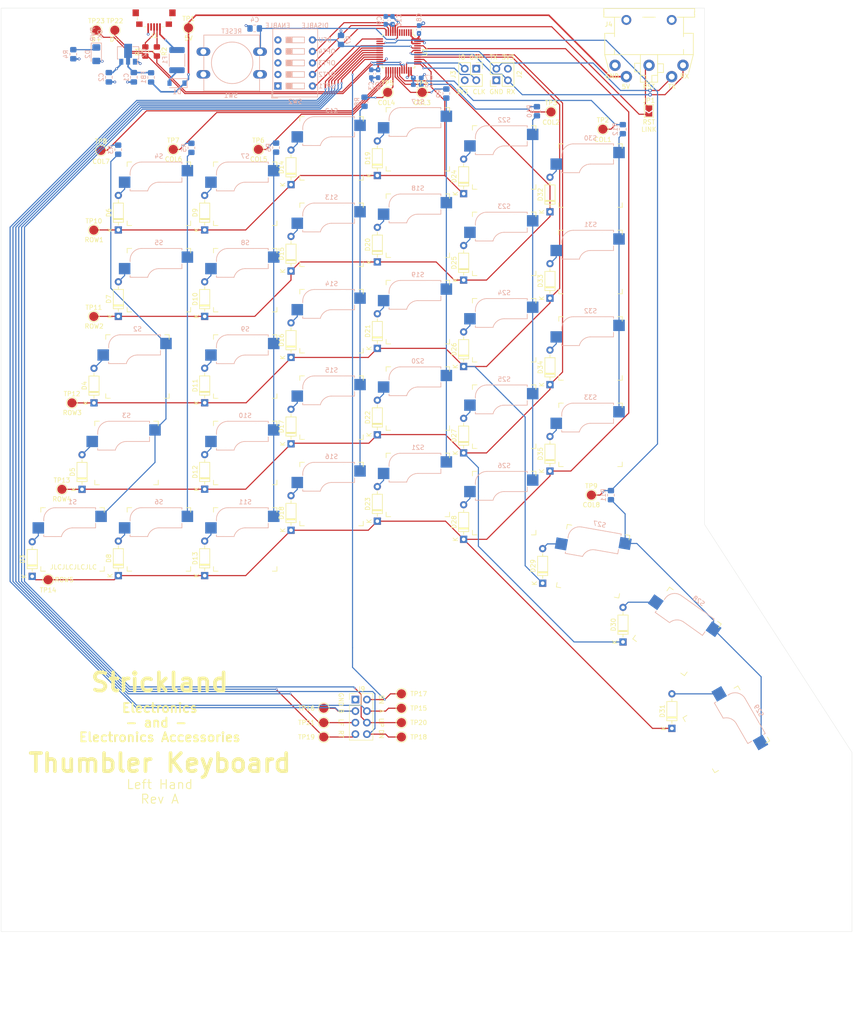
<source format=kicad_pcb>
(kicad_pcb (version 20211014) (generator pcbnew)
  (layers (0 "F.Cu" signal) (1 "In1.Cu" signal) (2 "In2.Cu" signal) (31 "B.Cu" signal) (34 "B.Paste" user) (35 "F.Paste" user) (36 "B.SilkS" user "B.Silkscreen") (37 "F.SilkS" user "F.Silkscreen") (38 "B.Mask" user) (39 "F.Mask" user) (44 "Edge.Cuts" user))
  (net 0 "")
  (net 1 "Net-(D1-Pad2)")
  (net 2 "Net-(D3-Pad2)")
  (net 3 "Net-(D4-Pad2)")
  (net 4 "Net-(D5-Pad2)")
  (net 5 "Net-(D6-Pad2)")
  (net 6 "Net-(D7-Pad2)")
  (net 7 "Net-(D8-Pad2)")
  (net 8 "Net-(D9-Pad2)")
  (net 9 "Net-(D10-Pad2)")
  (net 10 "Net-(D11-Pad2)")
  (net 11 "Net-(D12-Pad2)")
  (net 12 "Net-(D13-Pad2)")
  (net 13 "Net-(D14-Pad2)")
  (net 14 "Net-(D15-Pad2)")
  (net 15 "Net-(D16-Pad2)")
  (net 16 "Net-(D17-Pad2)")
  (net 17 "Net-(D18-Pad2)")
  (net 18 "Net-(D19-Pad2)")
  (net 19 "Net-(D20-Pad2)")
  (net 20 "Net-(D21-Pad2)")
  (net 21 "Net-(D22-Pad2)")
  (net 22 "Net-(D23-Pad2)")
  (net 23 "Net-(D24-Pad2)")
  (net 24 "Net-(D25-Pad2)")
  (net 25 "Net-(D26-Pad2)")
  (net 26 "Net-(D27-Pad2)")
  (net 27 "Net-(D28-Pad2)")
  (net 28 "Net-(D29-Pad2)")
  (net 29 "Net-(D30-Pad2)")
  (net 30 "Net-(D31-Pad2)")
  (net 31 "Net-(D32-Pad2)")
  (net 32 "Net-(D33-Pad2)")
  (net 33 "Net-(D34-Pad2)")
  (net 34 "Net-(D35-Pad2)")
  (net 35 "GND")
  (net 36 "Net-(C1-Pad1)")
  (net 37 "+3V3")
  (net 38 "~{RST}")
  (net 39 "L_ROW2")
  (net 40 "L_ROW3")
  (net 41 "L_ROW4")
  (net 42 "L_ROW5")
  (net 43 "L_ROW1")
  (net 44 "+5V")
  (net 45 "L_TX")
  (net 46 "L_RX")
  (net 47 "L_SWCLK")
  (net 48 "L_SWDIO")
  (net 49 "L_COL7")
  (net 50 "L_BOOT0")
  (net 51 "L_USB_D+")
  (net 52 "L_USB_D-")
  (net 53 "Net-(R9-Pad2)")
  (net 54 "L_COL6")
  (net 55 "Net-(R10-Pad2)")
  (net 56 "L_COL5")
  (net 57 "Net-(R11-Pad2)")
  (net 58 "L_COL4")
  (net 59 "Net-(R12-Pad2)")
  (net 60 "L_COL3")
  (net 61 "L_COL2")
  (net 62 "L_COL8")
  (net 63 "L_COL1")
  (net 64 "L_OPT4")
  (net 65 "L_OPT3")
  (net 66 "L_OPT2")
  (net 67 "L_OPT1")
  (net 71 "Net-(F1-Pad1)")
  (net 72 "Net-(D2-Pad1)")
  (net 75 "Net-(J1-Pad2)")
  (net 76 "Net-(J1-Pad3)")
  (net 77 "Net-(J4-Pad2)")
  (net 80 "Net-(R3-Pad2)")
  (net 81 "Net-(R5-Pad2)")
  (net 82 "Net-(R6-Pad2)")
  (net 83 "Net-(R8-Pad2)")
  (net 85 "ENC_DN")
  (net 86 "ENC_RT")
  (net 87 "ENC_UP")
  (net 88 "ENC_LF")
  (net 89 "ENC_A")
  (net 90 "ENC_B")
  (net 91 "ENC_BN")
  (footprint "keyswitches:Kailh_socket_MX_platemount" (layer "F.Cu") (at 97.606 254.251)
    (fp_text reference "S1")
    (fp_text value "Kailh_Hotplug")
  )
  (footprint "keyswitches:Kailh_socket_MX_platemount" (layer "F.Cu") (at 116.653 178.0462)
    (fp_text reference "S4")
    (fp_text value "Kailh_Hotplug")
  )
  (footprint "Diode_THT:D_DO-35_SOD27_P7.62mm_Horizontal" (layer "F.Cu") (at 107.711 186.0322 90)
    (fp_text reference "D6")
    (fp_text value "1N4148")
  )
  (footprint "Diode_THT:D_DO-35_SOD27_P7.62mm_Horizontal" (layer "F.Cu") (at 88.701 262.394 90)
    (fp_text reference "D3")
    (fp_text value "1N4148")
  )
  (footprint "Diode_THT:D_DO-35_SOD27_P7.62mm_Horizontal" (layer "F.Cu") (at 201.3458 263.906 90)
    (fp_text reference "D29")
    (fp_text value "1N4148")
  )
  (footprint "Diode_THT:D_DO-35_SOD27_P7.62mm_Horizontal" (layer "F.Cu") (at 219.075 276.86 90)
    (fp_text reference "D30")
    (fp_text value "1N4148")
  )
  (footprint "Diode_THT:D_DO-35_SOD27_P7.62mm_Horizontal" (layer "F.Cu") (at 229.87 295.91 90)
    (fp_text reference "D31")
    (fp_text value "1N4148")
  )
  (footprint "Connector_DIN:DIN5_180_CP-2350" (layer "F.Cu") (at 224.817306 139.732831 180)
    (fp_text reference "J4")
    (fp_text value "DIN-5_180degree")
  )
  (footprint "Connector_PinHeader_2.54mm:PinHeader_2x02_P2.54mm_Vertical" (layer "F.Cu") (at 186.695 150.49 -90)
    (fp_text reference "J3")
    (fp_text value "Conn_01x04")
  )
  (footprint "Resistor_SMD:R_0805_2012Metric_Pad1.20x1.40mm_HandSolder" (layer "F.Cu") (at 113.665 146.685 90)
    (fp_text reference "R1")
    (fp_text value "22R")
  )
  (footprint "Resistor_SMD:R_0805_2012Metric_Pad1.20x1.40mm_HandSolder" (layer "F.Cu") (at 116.205 146.685 -90)
    (fp_text reference "R2")
    (fp_text value "22R")
  )
  (footprint "keyswitches:Kailh_socket_MX_platemount" (layer "F.Cu") (at 212.471 259.0546 -10)
    (fp_text reference "S27")
    (fp_text value "Kailh_Hotplug")
  )
  (footprint "keyswitches:Kailh_socket_MX_platemount" (layer "F.Cu") (at 230.994898 274.537771 -35.4)
    (fp_text reference "S28")
    (fp_text value "Kailh_Hotplug")
  )
  (footprint "keyswitches:Kailh_socket_MX_platemount" (layer "F.Cu") (at 241.870912 296.116815 -60)
    (fp_text reference "S29")
    (fp_text value "Kailh_Hotplug")
  )
  (footprint "TestPoint:TestPoint_Pad_D2.0mm" (layer "F.Cu") (at 214.63 163.8166)
    (fp_text reference "TP2")
    (fp_text value "TestPoint")
  )
  (footprint "TestPoint:TestPoint_Pad_D2.0mm" (layer "F.Cu") (at 203.2 160.02)
    (fp_text reference "TP3")
    (fp_text value "TestPoint")
  )
  (footprint "TestPoint:TestPoint_Pad_D2.0mm" (layer "F.Cu") (at 174.752 155.702)
    (fp_text reference "TP4")
    (fp_text value "TestPoint")
  )
  (footprint "TestPoint:TestPoint_Pad_D2.0mm" (layer "F.Cu") (at 167.132 155.702)
    (fp_text reference "TP5")
    (fp_text value "TestPoint")
  )
  (footprint "TestPoint:TestPoint_Pad_D2.0mm" (layer "F.Cu") (at 119.816 168.275)
    (fp_text reference "TP7")
    (fp_text value "TestPoint")
  )
  (footprint "TestPoint:TestPoint_Pad_D2.0mm" (layer "F.Cu") (at 102.29 186.067)
    (fp_text reference "TP10")
    (fp_text value "TestPoint")
  )
  (footprint "TestPoint:TestPoint_Pad_D2.0mm" (layer "F.Cu") (at 102.29 205.117)
    (fp_text reference "TP11")
    (fp_text value "TestPoint")
  )
  (footprint "TestPoint:TestPoint_Pad_D2.0mm" (layer "F.Cu") (at 97.464 224.155)
    (fp_text reference "TP12")
    (fp_text value "TestPoint")
  )
  (footprint "TestPoint:TestPoint_Pad_D2.0mm" (layer "F.Cu") (at 95.25 243.205)
    (fp_text reference "TP13")
    (fp_text value "TestPoint")
  )
  (footprint "TestPoint:TestPoint_Pad_D2.0mm" (layer "F.Cu") (at 92.202 263.144)
    (fp_text reference "TP14")
    (fp_text value "TestPoint")
  )
  (footprint "TestPoint:TestPoint_Pad_D2.0mm" (layer "F.Cu") (at 212.09 244.475)
    (fp_text reference "TP9")
    (fp_text value "TestPoint")
  )
  (footprint "TestPoint:TestPoint_Pad_D2.0mm" (layer "F.Cu") (at 170.18 291.465)
    (fp_text reference "TP15")
    (fp_text value "TestPoint")
  )
  (footprint "TestPoint:TestPoint_Pad_D2.0mm" (layer "F.Cu") (at 153.035 291.465)
    (fp_text reference "TP16")
    (fp_text value "TestPoint")
  )
  (footprint "TestPoint:TestPoint_Pad_D2.0mm" (layer "F.Cu") (at 170.18 288.29)
    (fp_text reference "TP17")
    (fp_text value "TestPoint")
  )
  (footprint "TestPoint:TestPoint_Pad_D2.0mm" (layer "F.Cu") (at 170.18 297.815)
    (fp_text reference "TP18")
    (fp_text value "TestPoint")
  )
  (footprint "TestPoint:TestPoint_Pad_D2.0mm" (layer "F.Cu") (at 153.035 297.815)
    (fp_text reference "TP19")
    (fp_text value "TestPoint")
  )
  (footprint "TestPoint:TestPoint_Pad_D2.0mm" (layer "F.Cu") (at 170.18 294.64)
    (fp_text reference "TP20")
    (fp_text value "TestPoint")
  )
  (footprint "TestPoint:TestPoint_Pad_D2.0mm" (layer "F.Cu") (at 153.035 294.64)
    (fp_text reference "TP21")
    (fp_text value "TestPoint")
  )
  (footprint "Package_QFP:LQFP-48_7x7mm_P0.5mm" (layer "F.Cu") (at 169.545 146.685 -90)
    (fp_text reference "U1")
    (fp_text value "STM32F072C8Tx")
  )
  (footprint "Jumper:SolderJumper-2_P1.3mm_Open_TrianglePad1.0x1.5mm" (layer "F.Cu") (at 224.79 159.803 -90)
    (fp_text reference "JP1")
    (fp_text value "SolderJumper_2_Open")
  )
  (footprint "Connector_PinHeader_2.54mm:PinHeader_2x02_P2.54mm_Vertical" (layer "F.Cu") (at 191.135 153.035 90)
    (fp_text reference "J2")
    (fp_text value "Conn_01x04")
  )
  (footprint "TestPoint:TestPoint_Pad_D2.0mm" (layer "F.Cu") (at 138.612 168.275)
    (fp_text reference "TP6")
    (fp_text value "TestPoint")
  )
  (footprint "Connector_USB:USB_Micro-B_HRO_U-F-M5SS-W-1" (layer "F.Cu") (at 115.5954 140.478)
    (fp_text reference "J1")
    (fp_text value "USB_B_Micro")
  )
  (footprint "TestPoint:TestPoint_Pad_D2.0mm" (layer "F.Cu") (at 123.19 141.478)
    (fp_text reference "TP1")
    (fp_text value "TestPoint")
  )
  (footprint "keyswitches:Kailh_socket_MX_platemount" (layer "F.Cu") (at 135.703 178.0462)
    (fp_text reference "S7")
    (fp_text value "Kailh_Hotplug")
  )
  (footprint "keyswitches:Kailh_socket_MX_platemount" (layer "F.Cu") (at 154.753 168.0462)
    (fp_text reference "S12")
    (fp_text value "Kailh_Hotplug")
  )
  (footprint "keyswitches:Kailh_socket_MX_platemount" (layer "F.Cu") (at 173.803 166.0462)
    (fp_text reference "S17")
    (fp_text value "Kailh_Hotplug")
  )
  (footprint "keyswitches:Kailh_socket_MX_platemount" (layer "F.Cu") (at 192.853 170.0462)
    (fp_text reference "S22")
    (fp_text value "Kailh_Hotplug")
  )
  (footprint "keyswitches:Kailh_socket_MX_platemount" (layer "F.Cu") (at 211.903 174.0462)
    (fp_text reference "S30")
    (fp_text value "Kailh_Hotplug")
  )
  (footprint "keyswitches:Kailh_socket_MX_platemount" (layer "F.Cu") (at 116.653 197.0962)
    (fp_text reference "S5")
    (fp_text value "Kailh_Hotplug")
  )
  (footprint "keyswitches:Kailh_socket_MX_platemount" (layer "F.Cu") (at 135.703 197.0962)
    (fp_text reference "S8")
    (fp_text value "Kailh_Hotplug")
  )
  (footprint "keyswitches:Kailh_socket_MX_platemount" (layer "F.Cu") (at 154.753 187.0962)
    (fp_text reference "S13")
    (fp_text value "Kailh_Hotplug")
  )
  (footprint "keyswitches:Kailh_socket_MX_platemount" (layer "F.Cu") (at 173.803 185.0962)
    (fp_text reference "S18")
    (fp_text value "Kailh_Hotplug")
  )
  (footprint "keyswitches:Kailh_socket_MX_platemount" (layer "F.Cu") (at 192.853 189.0962)
    (fp_text reference "S23")
    (fp_text value "Kailh_Hotplug")
  )
  (footprint "keyswitches:Kailh_socket_MX_platemount" (layer "F.Cu") (at 211.903 193.0962)
    (fp_text reference "S31")
    (fp_text value "Kailh_Hotplug")
  )
  (footprint "keyswitches:Kailh_socket_MX_platemount" (layer "F.Cu") (at 111.926516 216.13788)
    (fp_text reference "S2")
    (fp_text value "Kailh_Hotplug")
  )
  (footprint "keyswitches:Kailh_socket_MX_platemount" (layer "F.Cu") (at 135.703 216.1462)
    (fp_text reference "S9")
    (fp_text value "Kailh_Hotplug")
  )
  (footprint "keyswitches:Kailh_socket_MX_platemount" (layer "F.Cu") (at 154.753 206.1462)
    (fp_text reference "S14")
    (fp_text value "Kailh_Hotplug")
  )
  (footprint "keyswitches:Kailh_socket_MX_platemount" (layer "F.Cu") (at 173.803 204.1462)
    (fp_text reference "S19")
    (fp_text value "Kailh_Hotplug")
  )
  (footprint "keyswitches:Kailh_socket_MX_platemount" (layer "F.Cu") (at 192.853 208.1462)
    (fp_text reference "S24")
    (fp_text value "Kailh_Hotplug")
  )
  (footprint "keyswitches:Kailh_socket_MX_platemount" (layer "F.Cu") (at 211.903 212.1462)
    (fp_text reference "S32")
    (fp_text value "Kailh_Hotplug")
  )
  (footprint "keyswitches:Kailh_socket_MX_platemount" (layer "F.Cu") (at 109.505456 235.195156)
    (fp_text reference "S3")
    (fp_text value "Kailh_Hotplug")
  )
  (footprint "keyswitches:Kailh_socket_MX_platemount" (layer "F.Cu") (at 135.703 235.1962)
    (fp_text reference "S10")
    (fp_text value "Kailh_Hotplug")
  )
  (footprint "keyswitches:Kailh_socket_MX_platemount" (layer "F.Cu") (at 154.753 225.1962)
    (fp_text reference "S15")
    (fp_text value "Kailh_Hotplug")
  )
  (footprint "keyswitches:Kailh_socket_MX_platemount" (layer "F.Cu") (at 173.803 223.1962)
    (fp_text reference "S20")
    (fp_text value "Kailh_Hotplug")
  )
  (footprint "keyswitches:Kailh_socket_MX_platemount" (layer "F.Cu") (at 192.853 227.1962)
    (fp_text reference "S25")
    (fp_text value "Kailh_Hotplug")
  )
  (footprint "keyswitches:Kailh_socket_MX_platemount" (layer "F.Cu") (at 211.903 231.1962)
    (fp_text reference "S33")
    (fp_text value "Kailh_Hotplug")
  )
  (footprint "keyswitches:Kailh_socket_MX_platemount" (layer "F.Cu") (at 116.653 254.2462)
    (fp_text reference "S6")
    (fp_text value "Kailh_Hotplug")
  )
  (footprint "keyswitches:Kailh_socket_MX_platemount" (layer "F.Cu") (at 135.703 254.2462)
    (fp_text reference "S11")
    (fp_text value "Kailh_Hotplug")
  )
  (footprint "keyswitches:Kailh_socket_MX_platemount" (layer "F.Cu") (at 154.753 244.2462)
    (fp_text reference "S16")
    (fp_text value "Kailh_Hotplug")
  )
  (footprint "keyswitches:Kailh_socket_MX_platemount" (layer "F.Cu") (at 173.803 242.2462)
    (fp_text reference "S21")
    (fp_text value "Kailh_Hotplug")
  )
  (footprint "keyswitches:Kailh_socket_MX_platemount" (layer "F.Cu") (at 192.853 246.2462)
    (fp_text reference "S26")
    (fp_text value "Kailh_Hotplug")
  )
  (footprint "Diode_THT:D_DO-35_SOD27_P7.62mm_Horizontal" (layer "F.Cu") (at 126.761 186.0322 90)
    (fp_text reference "D9")
    (fp_text value "1N4148")
  )
  (footprint "Diode_THT:D_DO-35_SOD27_P7.62mm_Horizontal" (layer "F.Cu") (at 145.811 176.0322 90)
    (fp_text reference "D14")
    (fp_text value "1N4148")
  )
  (footprint "Diode_THT:D_DO-35_SOD27_P7.62mm_Horizontal" (layer "F.Cu") (at 164.861 174.0322 90)
    (fp_text reference "D19")
    (fp_text value "1N4148")
  )
  (footprint "Diode_THT:D_DO-35_SOD27_P7.62mm_Horizontal" (layer "F.Cu") (at 183.911 178.0322 90)
    (fp_text reference "D24")
    (fp_text value "1N4148")
  )
  (footprint "Diode_THT:D_DO-35_SOD27_P7.62mm_Horizontal" (layer "F.Cu") (at 202.961 182.0322 90)
    (fp_text reference "D32")
    (fp_text value "1N4148")
  )
  (footprint "Diode_THT:D_DO-35_SOD27_P7.62mm_Horizontal" (layer "F.Cu") (at 107.711 205.0822 90)
    (fp_text reference "D7")
    (fp_text value "1N4148")
  )
  (footprint "Diode_THT:D_DO-35_SOD27_P7.62mm_Horizontal" (layer "F.Cu") (at 126.761 205.0822 90)
    (fp_text reference "D10")
    (fp_text value "1N4148")
  )
  (footprint "Diode_THT:D_DO-35_SOD27_P7.62mm_Horizontal" (layer "F.Cu") (at 145.811 195.0822 90)
    (fp_text reference "D15")
    (fp_text value "1N4148")
  )
  (footprint "Diode_THT:D_DO-35_SOD27_P7.62mm_Horizontal" (layer "F.Cu") (at 164.861 193.0822 90)
    (fp_text reference "D20")
    (fp_text value "1N4148")
  )
  (footprint "Diode_THT:D_DO-35_SOD27_P7.62mm_Horizontal" (layer "F.Cu") (at 183.911 197.0822 90)
    (fp_text reference "D25")
    (fp_text value "1N4148")
  )
  (footprint "Diode_THT:D_DO-35_SOD27_P7.62mm_Horizontal" (layer "F.Cu") (at 202.961 201.0822 90)
    (fp_text reference "D33")
    (fp_text value "1N4148")
  )
  (footprint "Diode_THT:D_DO-35_SOD27_P7.62mm_Horizontal" (layer "F.Cu") (at 102.3316 224.155 90)
    (fp_text reference "D4")
    (fp_text value "1N4148")
  )
  (footprint "Diode_THT:D_DO-35_SOD27_P7.62mm_Horizontal" (layer "F.Cu") (at 126.761 224.1322 90)
    (fp_text reference "D11")
    (fp_text value "1N4148")
  )
  (footprint "Diode_THT:D_DO-35_SOD27_P7.62mm_Horizontal" (layer "F.Cu") (at 145.811 214.1322 90)
    (fp_text reference "D16")
    (fp_text value "1N4148")
  )
  (footprint "Diode_THT:D_DO-35_SOD27_P7.62mm_Horizontal" (layer "F.Cu") (at 164.861 212.1322 90)
    (fp_text reference "D21")
    (fp_text value "1N4148")
  )
  (footprint "Diode_THT:D_DO-35_SOD27_P7.62mm_Horizontal" (layer "F.Cu") (at 183.911 216.1322 90)
    (fp_text reference "D26")
    (fp_text value "1N4148")
  )
  (footprint "Diode_THT:D_DO-35_SOD27_P7.62mm_Horizontal" (layer "F.Cu") (at 202.961 220.1322 90)
    (fp_text reference "D34")
    (fp_text value "1N4148")
  )
  (footprint "Diode_THT:D_DO-35_SOD27_P7.62mm_Horizontal" (layer "F.Cu") (at 99.695 243.205 90)
    (fp_text reference "D5")
    (fp_text value "1N4148")
  )
  (footprint "Diode_THT:D_DO-35_SOD27_P7.62mm_Horizontal" (layer "F.Cu") (at 126.761 243.1822 90)
    (fp_text reference "D12")
    (fp_text value "1N4148")
  )
  (footprint "Diode_THT:D_DO-35_SOD27_P7.62mm_Horizontal" (layer "F.Cu") (at 145.811 233.1822 90)
    (fp_text reference "D17")
    (fp_text value "1N4148")
  )
  (footprint "Diode_THT:D_DO-35_SOD27_P7.62mm_Horizontal" (layer "F.Cu") (at 164.861 231.1822 90)
    (fp_text reference "D22")
    (fp_text value "1N4148")
  )
  (footprint "Diode_THT:D_DO-35_SOD27_P7.62mm_Horizontal" (layer "F.Cu") (at 183.911 235.1822 90)
    (fp_text reference "D27")
    (fp_text value "1N4148")
  )
  (footprint "Diode_THT:D_DO-35_SOD27_P7.62mm_Horizontal" (layer "F.Cu") (at 202.961 239.1822 90)
    (fp_text reference "D35")
    (fp_text value "1N4148")
  )
  (footprint "Diode_THT:D_DO-35_SOD27_P7.62mm_Horizontal" (layer "F.Cu") (at 107.711 262.2322 90)
    (fp_text reference "D8")
    (fp_text value "1N4148")
  )
  (footprint "Diode_THT:D_DO-35_SOD27_P7.62mm_Horizontal" (layer "F.Cu") (at 126.761 262.2322 90)
    (fp_text reference "D13")
    (fp_text value "1N4148")
  )
  (footprint "Diode_THT:D_DO-35_SOD27_P7.62mm_Horizontal" (layer "F.Cu") (at 145.811 252.2322 90)
    (fp_text reference "D18")
    (fp_text value "1N4148")
  )
  (footprint "Diode_THT:D_DO-35_SOD27_P7.62mm_Horizontal" (layer "F.Cu") (at 164.861 250.2322 90)
    (fp_text reference "D23")
    (fp_text value "1N4148")
  )
  (footprint "Diode_THT:D_DO-35_SOD27_P7.62mm_Horizontal" (layer "F.Cu") (at 183.911 254.2322 90)
    (fp_text reference "D28")
    (fp_text value "1N4148")
  )
  (footprint "TestPoint:TestPoint_Pad_D2.0mm" (layer "F.Cu") (at 103.8648 168.4902)
    (fp_text reference "TP8")
    (fp_text value "TestPoint")
  )
  (footprint "TestPoint:TestPoint_Pad_D2.0mm" (layer "F.Cu") (at 106.934 141.986 180)
    (fp_text reference "TP22")
    (fp_text value "TestPoint")
  )
  (footprint "MountingHole:MountingHole_3.2mm_M3" (layer "F.Cu") (at 231.14 165.1)
    (fp_text reference "H5" hide)
    (fp_text value "MountingHole")
  )
  (footprint "MountingHole:MountingHole_3.2mm_M3" (layer "F.Cu") (at 93.98 154.94)
    (fp_text reference "H6" hide)
    (fp_text value "MountingHole")
  )
  (footprint "MountingHole:MountingHole_3.2mm_M3" (layer "F.Cu") (at 165.1 259.08)
    (fp_text reference "H2" hide)
    (fp_text value "MountingHole")
  )
  (footprint "MountingHole:MountingHole_3.2mm_M3" (layer "F.Cu") (at 93.98 215.9)
    (fp_text reference "H7" hide)
    (fp_text value "MountingHole")
  )
  (footprint "Connector_PinHeader_2.54mm:PinHeader_2x04_P2.54mm_Vertical" (layer "F.Cu") (at 160.02 289.56)
    (fp_text reference "J9")
    (fp_text value "Conn_02x04_Top_Bottom")
  )
  (footprint "MountingHole:MountingHole_3.2mm_M3" (layer "F.Cu") (at 261.62 330.2)
    (fp_text reference "H1" hide)
    (fp_text value "MountingHole")
  )
  (footprint "MountingHole:MountingHole_3.2mm_M3" (layer "F.Cu") (at 90.17 330.2)
    (fp_text reference "H3" hide)
    (fp_text value "MountingHole")
  )
  (footprint "TestPoint:TestPoint_Pad_D2.0mm" (layer "F.Cu") (at 102.87 141.986 180)
    (fp_text reference "TP23")
    (fp_text value "TestPoint")
  )
  (footprint "MountingHole:MountingHole_3.2mm_M3" (layer "F.Cu") (at 231.14 233.68)
    (fp_text reference "H4" hide)
    (fp_text value "MountingHole")
  )
  (footprint "Capacitor_SMD:C_0805_2012Metric_Pad1.18x1.45mm_HandSolder" (layer "B.Cu") (at 111.125 152.36875 -90)
    (fp_text reference "C1")
    (fp_text value "1u")
  )
  (footprint "Capacitor_SMD:C_0603_1608Metric_Pad1.08x0.95mm_HandSolder" (layer "B.Cu") (at 163.5151 151.5911 -90)
    (fp_text reference "C3")
    (fp_text value "4u7")
  )
  (footprint "Capacitor_SMD:C_0603_1608Metric_Pad1.08x0.95mm_HandSolder" (layer "B.Cu") (at 173.6751 152.5066)
    (fp_text reference "C7")
    (fp_text value "100n")
  )
  (footprint "Capacitor_SMD:C_0603_1608Metric_Pad1.08x0.95mm_HandSolder" (layer "B.Cu") (at 174.0561 141.8386 90)
    (fp_text reference "C8")
    (fp_text value "100n")
  )
  (footprint "Capacitor_SMD:C_0603_1608Metric_Pad1.08x0.95mm_HandSolder" (layer "B.Cu") (at 166.7028 139.8331 90)
    (fp_text reference "C9")
    (fp_text value "1u")
  )
  (footprint "Capacitor_SMD:C_0805_2012Metric_Pad1.18x1.45mm_HandSolder" (layer "B.Cu") (at 137.795 141.605 180)
    (fp_text reference "C4")
    (fp_text value "100n")
  )
  (footprint "Capacitor_SMD:C_0603_1608Metric_Pad1.08x0.95mm_HandSolder" (layer "B.Cu") (at 168.2141 139.8331 90)
    (fp_text reference "C10")
    (fp_text value "10n")
  )
  (footprint "LED_SMD:LED_1206_3216Metric_Pad1.42x1.75mm_HandSolder" (layer "B.Cu") (at 102.8425 147.28875 -90)
    (fp_text reference "D2")
    (fp_text value "RED")
  )
  (footprint "Resistor_SMD:R_0805_2012Metric_Pad1.20x1.40mm_HandSolder" (layer "B.Cu") (at 156.845 144.145 90)
    (fp_text reference "R7")
    (fp_text value "10K")
  )
  (footprint "Resistor_SMD:R_0805_2012Metric_Pad1.20x1.40mm_HandSolder" (layer "B.Cu") (at 97.7625 147.28875 -90)
    (fp_text reference "R4")
    (fp_text value "1K")
  )
  (footprint "Resistor_SMD:R_0805_2012Metric_Pad1.20x1.40mm_HandSolder" (layer "B.Cu") (at 142.5236 167.8806 -90)
    (fp_text reference "R6")
    (fp_text value "470R")
  )
  (footprint "Resistor_SMD:R_0805_2012Metric_Pad1.20x1.40mm_HandSolder" (layer "B.Cu") (at 162.0308 157.7714 -90)
    (fp_text reference "R8")
    (fp_text value "470R")
  )
  (footprint "Resistor_SMD:R_0805_2012Metric_Pad1.20x1.40mm_HandSolder" (layer "B.Cu") (at 180.086 155.956 -90)
    (fp_text reference "R9")
    (fp_text value "470R")
  )
  (footprint "Resistor_SMD:R_0805_2012Metric_Pad1.20x1.40mm_HandSolder" (layer "B.Cu") (at 200.08 159.8542 -90)
    (fp_text reference "R10")
    (fp_text value "470R")
  )
  (footprint "Resistor_SMD:R_0805_2012Metric_Pad1.20x1.40mm_HandSolder" (layer "B.Cu") (at 216.408 244.491 -90)
    (fp_text reference "R11")
    (fp_text value "470R")
  )
  (footprint "Resistor_SMD:R_0805_2012Metric_Pad1.20x1.40mm_HandSolder" (layer "B.Cu") (at 219.0284 163.8166 -90)
    (fp_text reference "R12")
    (fp_text value "470R")
  )
  (footprint "Button_Switch_THT:SW_PUSH-12mm" (layer "B.Cu") (at 126.475 151.725)
    (fp_text reference "SW1")
    (fp_text value "SW_Push")
  )
  (footprint "Button_Switch_THT:SW_DIP_SPSTx05_Slide_9.78x14.88mm_W7.62mm_P2.54mm" (layer "B.Cu") (at 142.92575 154.29425)
    (fp_text reference "SW2")
    (fp_text value "SW_DIP_x05")
  )
  (footprint "Package_TO_SOT_SMD:SOT-89-3" (layer "B.Cu") (at 109.855 147.28875 90)
    (fp_text reference "U2")
    (fp_text value "MCP1700-3302E_SOT89")
  )
  (footprint "Diode_SMD:D_SOD-123" (layer "B.Cu") (at 120.65 153.67 180)
    (fp_text reference "D1")
    (fp_text value "B5819W")
  )
  (footprint "Resistor_SMD:R_0805_2012Metric_Pad1.20x1.40mm_HandSolder" (layer "B.Cu") (at 123.8292 167.9314 -90)
    (fp_text reference "R5")
    (fp_text value "470R")
  )
  (footprint "Inductor_SMD:L_0805_2012Metric_Pad1.15x1.40mm_HandSolder" (layer "B.Cu") (at 114.935 152.4 -90)
    (fp_text reference "FB1")
    (fp_text value "90R @ 100MHz")
  )
  (footprint "Resistor_SMD:R_1812_4532Metric_Pad1.30x3.40mm_HandSolder" (layer "B.Cu") (at 120.65 148.59 -90)
    (fp_text reference "F1")
    (fp_text value "350mA")
  )
  (footprint "Capacitor_SMD:C_0805_2012Metric_Pad1.18x1.45mm_HandSolder" (layer "B.Cu") (at 105.6125 152.36875 -90)
    (fp_text reference "C2")
    (fp_text value "1u")
  )
  (footprint "Capacitor_SMD:C_0603_1608Metric_Pad1.08x0.95mm_HandSolder" (layer "B.Cu") (at 173.6751 154.0306)
    (fp_text reference "C5")
    (fp_text value "4u7")
  )
  (footprint "Capacitor_SMD:C_0603_1608Metric_Pad1.08x0.95mm_HandSolder" (layer "B.Cu") (at 165.0391 151.5911 -90)
    (fp_text reference "C6")
    (fp_text value "100n")
  )
  (footprint "Resistor_SMD:R_0805_2012Metric_Pad1.20x1.40mm_HandSolder" (layer "B.Cu") (at 107.6748 168.3378 -90)
    (fp_text reference "R3")
    (fp_text value "470R")
  )
  (gr_poly (pts (xy 237.049481 250.916074) (xy 269.610936 301.208074) (xy 269.610936 340.705074) (xy 81.855481 340.705074) (xy 81.855481 137.124074) (xy 237.049481 137.124074)) (layer "Edge.Cuts") (width 0.05) (fill none))
  (gr_text "DISABLE" (at 151.13 140.97) (layer "B.SilkS") (effects (font (size 1 1)) (justify mirror)))
  (gr_text "OPT2" (at 151.765 151.765) (layer "B.SilkS") (effects (font (size 1 1)) (justify right mirror)))
  (gr_text "ENABLE" (at 142.875 140.97) (layer "B.SilkS") (effects (font (size 1 1)) (justify mirror)))
  (gr_text "DFU" (at 151.765 144.145) (layer "B.SilkS") (effects (font (size 1 1)) (justify right mirror)))
  (gr_text "OPT1" (at 151.765 154.305) (layer "B.SilkS") (effects (font (size 1 1)) (justify right mirror)))
  (gr_text "OPT4" (at 151.765 146.685) (layer "B.SilkS") (effects (font (size 1 1)) (justify right mirror)))
  (gr_text "PWR\nOK" (at 102.87 142.875 90) (layer "B.SilkS") (effects (font (size 1 1)) (justify mirror)))
  (gr_text "RESET" (at 132.715 142.24) (layer "B.SilkS") (effects (font (size 1 1)) (justify mirror)))
  (gr_text "OPT3" (at 151.765 149.225) (layer "B.SilkS") (effects (font (size 1 1)) (justify right mirror)))
  (gr_text "ROW5" (at 95.758 263.144) (layer "F.SilkS") (effects (font (size 1 1))))
  (gr_text "ROW2" (at 102.362 207.264) (layer "F.SilkS") (effects (font (size 1 1))))
  (gr_text "BN" (at 165.735 289.56 270) (layer "F.SilkS") (effects (font (size 1 1))))
  (gr_text "COL8" (at 212.09 246.634) (layer "F.SilkS") (effects (font (size 1 1))))
  (gr_text "ROW3" (at 97.536 226.314) (layer "F.SilkS") (effects (font (size 1 1))))
  (gr_text "JLCJLCJLCJLC" (at 97.79 260.35) (layer "F.SilkS") (effects (font (size 1 1))))
  (gr_text "CLK" (at 187.325 155.575) (layer "F.SilkS") (effects (font (size 1 1))))
  (gr_text "IO" (at 183.515 147.955) (layer "F.SilkS") (effects (font (size 1 1))))
  (gr_text "5V" (at 219.71 154.432) (layer "F.SilkS") (effects (font (size 1 1))))
  (gr_text "COL4" (at 166.878 157.988) (layer "F.SilkS") (effects (font (size 1 1))))
  (gr_text "COL5" (at 138.684 170.434) (layer "F.SilkS") (effects (font (size 1 1))))
  (gr_text "LF" (at 156.845 294.64 270) (layer "F.SilkS") (effects (font (size 1 1))))
  (gr_text "3V3" (at 183.515 155.575) (layer "F.SilkS") (effects (font (size 1 1))))
  (gr_text "GND" (at 216.662 152.146) (layer "F.SilkS") (effects (font (size 1 1))))
  (gr_text "RT" (at 156.845 297.18 270) (layer "F.SilkS") (effects (font (size 1 1))))
  (gr_text "Strickland" (at 116.84 285.75) (layer "F.SilkS") (effects (font (size 4 4) (thickness 0.8))))
  (gr_text "COL7" (at 103.886 170.942) (layer "F.SilkS") (effects (font (size 1 1))))
  (gr_text "GND" (at 186.69 147.955) (layer "F.SilkS") (effects (font (size 1 1))))
  (gr_text "RST\nLINK" (at 224.79 163.068) (layer "F.SilkS") (effects (font (size 1 1))))
  (gr_text "5V" (at 123.19 143.764) (layer "F.SilkS") (effects (font (size 1 1))))
  (gr_text "A" (at 165.735 292.1 270) (layer "F.SilkS") (effects (font (size 1 1))))
  (gr_text "RX" (at 194.31 155.575) (layer "F.SilkS") (effects (font (size 1 1))))
  (gr_text "RX" (at 232.664 152.146) (layer "F.SilkS") (effects (font (size 1 1))))
  (gr_text "DN" (at 165.735 297.18 270) (layer "F.SilkS") (effects (font (size 1 1))))
  (gr_text "B" (at 156.845 292.1 270) (layer "F.SilkS") (effects (font (size 1 1))))
  (gr_text "D+" (at 102.87 144.018) (layer "F.SilkS") (effects (font (size 1 1))))
  (gr_text "COL2" (at 203.2 162.306) (layer "F.SilkS") (effects (font (size 1 1))))
  (gr_text "3V3" (at 193.675 147.955) (layer "F.SilkS") (effects (font (size 1 1))))
  (gr_text "Thumbler Keyboard" (at 116.84 303.53) (layer "F.SilkS") (effects (font (size 4 4) (thickness 0.8))))
  (gr_text "TX" (at 190.5 147.955) (layer "F.SilkS") (effects (font (size 1 1))))
  (gr_text "Left Hand\nRev A" (at 116.84 309.88) (layer "F.SilkS") (effects (font (size 2 2) (thickness 0.2))))
  (gr_text "GND" (at 156.845 289.56 270) (layer "F.SilkS") (effects (font (size 1 1))))
  (gr_text "COL3" (at 174.752 157.988) (layer "F.SilkS") (effects (font (size 1 1))))
  (gr_text "GND" (at 191.135 155.575) (layer "F.SilkS") (effects (font (size 1 1))))
  (gr_text "ROW4" (at 95.25 245.364) (layer "F.SilkS") (effects (font (size 1 1))))
  (gr_text "COL1" (at 214.63 166.116) (layer "F.SilkS") (effects (font (size 1 1))))
  (gr_text "TX" (at 229.87 154.432) (layer "F.SilkS") (effects (font (size 1 1))))
  (gr_text "RST" (at 224.79 154.432) (layer "F.SilkS") (effects (font (size 1 1))))
  (gr_text "ROW1" (at 102.362 188.214) (layer "F.SilkS") (effects (font (size 1 1))))
  (gr_text "Electronics\n- and - \nElectronics Accessories" (at 116.84 294.64) (layer "F.SilkS") (effects (font (size 2 2) (thickness 0.4))))
  (gr_text "UP" (at 165.735 294.64 270) (layer "F.SilkS") (effects (font (size 1 1))))
  (gr_text "D-" (at 106.934 144.018) (layer "F.SilkS") (effects (font (size 1 1))))
  (gr_text "COL6" (at 119.888 170.434) (layer "F.SilkS") (effects (font (size 1 1))))
  (segment (start 120.65 151.13) (end 119 152.78) (width 0.35) (layer "B.Cu") (net 1))
  (segment (start 120.65 150.815) (end 120.65 151.13) (width 0.35) (layer "B.Cu") (net 1))
  (segment (start 119 152.78) (end 119 153.67) (width 0.35) (layer "B.Cu") (net 1))
  (segment (start 90.046 251.711) (end 90.046 253.429) (width 0.25) (layer "B.Cu") (net 2))
  (segment (start 90.046 253.429) (end 88.701 254.774) (width 0.25) (layer "B.Cu") (net 2))
  (segment (start 104.366516 213.59788) (end 104.366516 214.500084) (width 0.25) (layer "B.Cu") (net 3))
  (segment (start 104.366516 214.500084) (end 102.3316 216.535) (width 0.25) (layer "B.Cu") (net 3))
  (segment (start 101.945456 232.655156) (end 101.945456 233.334544) (width 0.25) (layer "B.Cu") (net 4))
  (segment (start 101.945456 233.334544) (end 99.695 235.585) (width 0.25) (layer "B.Cu") (net 4))
  (segment (start 109.093 175.5062) (end 109.093 177.0302) (width 0.25) (layer "B.Cu") (net 5))
  (segment (start 109.093 177.0302) (end 107.711 178.4122) (width 0.25) (layer "B.Cu") (net 5))
  (segment (start 109.093 194.5562) (end 109.093 196.0802) (width 0.25) (layer "B.Cu") (net 6))
  (segment (start 109.093 196.0802) (end 107.711 197.4622) (width 0.25) (layer "B.Cu") (net 6))
  (segment (start 109.093 253.2302) (end 107.711 254.6122) (width 0.25) (layer "B.Cu") (net 7))
  (segment (start 109.093 251.7062) (end 109.093 253.2302) (width 0.25) (layer "B.Cu") (net 7))
  (segment (start 128.143 177.0302) (end 126.761 178.4122) (width 0.25) (layer "B.Cu") (net 8))
  (segment (start 128.143 175.5062) (end 128.143 177.0302) (width 0.25) (layer "B.Cu") (net 8))
  (segment (start 128.143 196.0802) (end 126.761 197.4622) (width 0.25) (layer "B.Cu") (net 9))
  (segment (start 128.143 194.5562) (end 128.143 196.0802) (width 0.25) (layer "B.Cu") (net 9))
  (segment (start 128.143 215.1302) (end 126.761 216.5122) (width 0.25) (layer "B.Cu") (net 10))
  (segment (start 128.143 213.6062) (end 128.143 215.1302) (width 0.25) (layer "B.Cu") (net 10))
  (segment (start 128.143 234.1802) (end 126.761 235.5622) (width 0.25) (layer "B.Cu") (net 11))
  (segment (start 128.143 232.6562) (end 128.143 234.1802) (width 0.25) (layer "B.Cu") (net 11))
  (segment (start 128.143 253.2302) (end 126.761 254.6122) (width 0.25) (layer "B.Cu") (net 12))
  (segment (start 128.143 251.7062) (end 128.143 253.2302) (width 0.25) (layer "B.Cu") (net 12))
  (segment (start 147.193 167.0302) (end 145.811 168.4122) (width 0.25) (layer "B.Cu") (net 13))
  (segment (start 147.193 165.5062) (end 147.193 167.0302) (width 0.25) (layer "B.Cu") (net 13))
  (segment (start 147.193 186.0802) (end 145.811 187.4622) (width 0.25) (layer "B.Cu") (net 14))
  (segment (start 147.193 184.5562) (end 147.193 186.0802) (width 0.25) (layer "B.Cu") (net 14))
  (segment (start 147.193 205.1302) (end 145.811 206.5122) (width 0.25) (layer "B.Cu") (net 15))
  (segment (start 147.193 203.6062) (end 147.193 205.1302) (width 0.25) (layer "B.Cu") (net 15))
  (segment (start 147.193 224.1802) (end 145.811 225.5622) (width 0.25) (layer "B.Cu") (net 16))
  (segment (start 147.193 222.6562) (end 147.193 224.1802) (width 0.25) (layer "B.Cu") (net 16))
  (segment (start 147.193 243.2302) (end 145.811 244.6122) (width 0.25) (layer "B.Cu") (net 17))
  (segment (start 147.193 241.7062) (end 147.193 243.2302) (width 0.25) (layer "B.Cu") (net 17))
  (segment (start 166.243 165.0302) (end 164.861 166.4122) (width 0.25) (layer "B.Cu") (net 18))
  (segment (start 166.243 163.5062) (end 166.243 165.0302) (width 0.25) (layer "B.Cu") (net 18))
  (segment (start 166.243 184.0802) (end 164.861 185.4622) (width 0.25) (layer "B.Cu") (net 19))
  (segment (start 166.243 182.5562) (end 166.243 184.0802) (width 0.25) (layer "B.Cu") (net 19))
  (segment (start 166.243 203.1302) (end 164.861 204.5122) (width 0.25) (layer "B.Cu") (net 20))
  (segment (start 166.243 201.6062) (end 166.243 203.1302) (width 0.25) (layer "B.Cu") (net 20))
  (segment (start 166.243 222.1802) (end 164.861 223.5622) (width 0.25) (layer "B.Cu") (net 21))
  (segment (start 166.243 220.6562) (end 166.243 222.1802) (width 0.25) (layer "B.Cu") (net 21))
  (segment (start 166.243 241.2302) (end 164.861 242.6122) (width 0.25) (layer "B.Cu") (net 22))
  (segment (start 166.243 239.7062) (end 166.243 241.2302) (width 0.25) (layer "B.Cu") (net 22))
  (segment (start 185.293 169.0302) (end 183.911 170.4122) (width 0.25) (layer "B.Cu") (net 23))
  (segment (start 185.293 167.5062) (end 185.293 169.0302) (width 0.25) (layer "B.Cu") (net 23))
  (segment (start 185.293 188.0802) (end 183.911 189.4622) (width 0.25) (layer "B.Cu") (net 24))
  (segment (start 185.293 186.5562) (end 185.293 188.0802) (width 0.25) (layer "B.Cu") (net 24))
  (segment (start 185.293 207.1302) (end 183.911 208.5122) (width 0.25) (layer "B.Cu") (net 25))
  (segment (start 185.293 205.6062) (end 185.293 207.1302) (width 0.25) (layer "B.Cu") (net 25))
  (segment (start 185.293 226.1802) (end 183.911 227.5622) (width 0.25) (layer "B.Cu") (net 26))
  (segment (start 185.293 224.6562) (end 185.293 226.1802) (width 0.25) (layer "B.Cu") (net 26))
  (segment (start 185.293 245.2302) (end 183.911 246.6122) (width 0.25) (layer "B.Cu") (net 27))
  (segment (start 185.293 243.7062) (end 185.293 245.2302) (width 0.25) (layer "B.Cu") (net 27))
  (segment (start 205.46692 255.240408) (end 202.391392 255.240408) (width 0.25) (layer "B.Cu") (net 28))
  (segment (start 202.391392 255.240408) (end 201.3458 256.286) (width 0.25) (layer "B.Cu") (net 28))
  (segment (start 226.303906 268.087981) (end 220.227019 268.087981) (width 0.25) (layer "B.Cu") (net 29))
  (segment (start 220.227019 268.087981) (end 219.075 269.24) (width 0.25) (layer "B.Cu") (net 29))
  (segment (start 240.290617 288.299663) (end 229.879663 288.299663) (width 0.25) (layer "B.Cu") (net 30))
  (segment (start 229.879663 288.299663) (end 229.87 288.29) (width 0.25) (layer "B.Cu") (net 30))
  (segment (start 204.343 173.0302) (end 202.961 174.4122) (width 0.25) (layer "B.Cu") (net 31))
  (segment (start 204.343 171.5062) (end 204.343 173.0302) (width 0.25) (layer "B.Cu") (net 31))
  (segment (start 204.343 192.0802) (end 202.961 193.4622) (width 0.25) (layer "B.Cu") (net 32))
  (segment (start 204.343 190.5562) (end 204.343 192.0802) (width 0.25) (layer "B.Cu") (net 32))
  (segment (start 204.343 211.1302) (end 202.961 212.5122) (width 0.25) (layer "B.Cu") (net 33))
  (segment (start 204.343 209.6062) (end 204.343 211.1302) (width 0.25) (layer "B.Cu") (net 33))
  (segment (start 204.343 230.1802) (end 202.961 231.5622) (width 0.25) (layer "B.Cu") (net 34))
  (segment (start 204.343 228.6562) (end 204.343 230.1802) (width 0.25) (layer "B.Cu") (net 34))
  (segment (start 173.7075 144.435) (end 174.406769 144.435) (width 0.35) (layer "F.Cu") (net 35))
  (segment (start 169.545 140.335) (end 168.795 141.085) (width 0.35) (layer "F.Cu") (net 35))
  (segment (start 114.2954 142.8704) (end 114.3 142.875) (width 0.35) (layer "F.Cu") (net 35))
  (segment (start 168.795 141.085) (end 168.795 142.5225) (width 0.35) (layer "F.Cu") (net 35))
  (segment (start 171.795 150.8475) (end 171.795 152.055) (width 0.35) (layer "F.Cu") (net 35))
  (segment (start 171.795 152.055) (end 171.45 152.4) (width 0.35) (layer "F.Cu") (net 35))
  (segment (start 114.2954 141.278) (end 114.2954 142.8704) (width 0.35) (layer "F.Cu") (net 35))
  (segment (start 165.3825 148.935) (end 166.279 148.935) (width 0.35) (layer "F.Cu") (net 35))
  (segment (start 174.406769 144.435) (end 174.915 144.435) (width 0.35) (layer "F.Cu") (net 35))
  (segment (start 174.915 144.435) (end 175.259999 144.779999) (width 0.35) (layer "F.Cu") (net 35))
  (segment (start 166.279 148.935) (end 166.878 148.336) (width 0.35) (layer "F.Cu") (net 35))
  (via (at 171.45 152.4) (size 0.6) (drill 0.3) (layers "F.Cu" "B.Cu") (net 35))
  (via (at 169.545 140.335) (size 0.6) (drill 0.3) (layers "F.Cu" "B.Cu") (net 35))
  (via (at 163.83 153.416) (size 0.6) (drill 0.3) (layers "F.Cu" "B.Cu") (net 35))
  (via (at 166.878 148.336) (size 0.6) (drill 0.3) (layers "F.Cu" "B.Cu") (net 35))
  (via (at 175.26 151.765) (size 0.6) (drill 0.3) (layers "F.Cu" "B.Cu") (net 35))
  (via (at 135.89 140.97) (size 0.6) (drill 0.3) (layers "F.Cu" "B.Cu") (net 35))
  (via (at 156.845 142.157502) (size 0.6) (drill 0.3) (layers "F.Cu" "B.Cu") (net 35))
  (via (at 114.3 142.875) (size 0.6) (drill 0.3) (layers "F.Cu" "B.Cu") (net 35))
  (via (at 175.259999 144.779999) (size 0.6) (drill 0.3) (layers "F.Cu" "B.Cu") (net 35))
  (via (at 106.934 153.416) (size 0.6) (drill 0.3) (layers "F.Cu" "B.Cu") (net 35))
  (via (at 109.728 153.416) (size 0.6) (drill 0.3) (layers "F.Cu" "B.Cu") (net 35))
  (via (at 99.06 148.336) (size 0.6) (drill 0.3) (layers "F.Cu" "B.Cu") (net 35))
  (via (at 112.522 149.352) (size 0.6) (drill 0.3) (layers "F.Cu" "B.Cu") (net 35))
  (via (at 175.006 140.462) (size 0.8) (drill 0.4) (layers "F.Cu" "B.Cu") (net 35))
  (segment (start 174.5376 152.5066) (end 174.5376 152.4874) (width 0.35) (layer "B.Cu") (net 35))
  (segment (start 163.5151 152.4536) (end 165.0391 152.4536) (width 0.35) (layer "B.Cu") (net 35))
  (segment (start 166.7028 138.9706) (end 168.2141 138.9706) (width 0.35) (layer "B.Cu") (net 35))
  (segment (start 168.2141 139.0041) (end 169.545 140.335) (width 0.35) (layer "B.Cu") (net 35))
  (segment (start 136.1225 140.97) (end 136.7575 141.605) (width 0.25) (layer "B.Cu") (net 35))
  (segment (start 111.11525 153.416) (end 111.125 153.40625) (width 0.35) (layer "B.Cu") (net 35))
  (segment (start 111.355 148.93875) (end 112.10875 148.93875) (width 0.35) (layer "B.Cu") (net 35))
  (segment (start 99.06 148.336) (end 97.80975 148.336) (width 0.35) (layer "B.Cu") (net 35))
  (segment (start 174.4919 140.9761) (end 175.006 140.462) (width 0.35) (layer "B.Cu") (net 35))
  (segment (start 174.0561 140.9761) (end 174.4919 140.9761) (width 0.35) (layer "B.Cu") (net 35))
  (segment (start 174.5376 152.5066) (end 174.5376 154.0306) (width 0.35) (layer "B.Cu") (net 35))
  (segment (start 156.845 143.145) (end 156.845 142.157502) (width 0.35) (layer "B.Cu") (net 35))
  (segment (start 106.92425 153.40625) (end 106.934 153.416) (width 0.35) (layer "B.Cu") (net 35))
  (segment (start 109.728 153.416) (end 111.11525 153.416) (width 0.35) (layer "B.Cu") (net 35))
  (segment (start 105.6125 153.40625) (end 106.92425 153.40625) (width 0.35) (layer "B.Cu") (net 35))
  (segment (start 112.10875 148.93875) (end 112.522 149.352) (width 0.35) (layer "B.Cu") (net 35))
  (segment (start 174.5376 152.4874) (end 175.26 151.765) (width 0.35) (layer "B.Cu") (net 35))
  (segment (start 168.2141 138.9706) (end 168.2141 139.0041) (width 0.35) (layer "B.Cu") (net 35))
  (segment (start 163.5151 153.1011) (end 163.83 153.416) (width 0.35) (layer "B.Cu") (net 35))
  (segment (start 163.5151 152.4536) (end 163.5151 153.1011) (width 0.35) (layer "B.Cu") (net 35))
  (segment (start 97.80975 148.336) (end 97.7625 148.28875) (width 0.35) (layer "B.Cu") (net 35))
  (segment (start 135.89 140.97) (end 136.1225 140.97) (width 0.25) (layer "B.Cu") (net 35))
  (segment (start 109.855 150.06125) (end 109.855 148.85125) (width 0.35) (layer "B.Cu") (net 36))
  (segment (start 111.125 151.33125) (end 114.89125 151.33125) (width 0.35) (layer "B.Cu") (net 36))
  (segment (start 109.855 150.06125) (end 111.125 151.33125) (width 0.35) (layer "B.Cu") (net 36))
  (segment (start 114.89125 151.33125) (end 114.935 151.375) (width 0.35) (layer "B.Cu") (net 36))
  (segment (start 173.7075 144.935) (end 172.621 144.935) (width 0.35) (layer "F.Cu") (net 37))
  (segment (start 165.0391 149.7784) (end 165.0391 150.6281) (width 0.35) (layer "F.Cu") (net 37))
  (segment (start 174.0561 142.7276) (end 174.0561 143.4896) (width 0.35) (layer "F.Cu") (net 37))
  (segment (start 168.295 140.704011) (end 168.323436 140.675575) (width 0.35) (layer "F.Cu") (net 37))
  (segment (start 172.466 144.78) (end 172.466 144.0815) (width 0.35) (layer "F.Cu") (net 37))
  (segment (start 172.295 142.5225) (end 172.295 143.26) (width 0.35) (layer "F.Cu") (net 37))
  (segment (start 172.95 143.915) (end 172.97 143.935) (width 0.35) (layer "F.Cu") (net 37))
  (segment (start 173.8021 143.7436) (end 173.8021 143.8404) (width 0.35) (layer "F.Cu") (net 37))
  (segment (start 172.295 151.819423) (end 172.786077 152.3105) (width 0.35) (layer "F.Cu") (net 37))
  (segment (start 172.6325 143.915) (end 172.95 143.915) (width 0.35) (layer "F.Cu") (net 37))
  (segment (start 168.295 141.5385) (end 168.295 140.704011) (width 0.35) (layer "F.Cu") (net 37))
  (segment (start 168.295 141.5385) (end 168.295 142.5225) (width 0.35) (layer "F.Cu") (net 37))
  (segment (start 173.8021 143.8404) (end 173.7075 143.935) (width 0.35) (layer "F.Cu") (net 37))
  (segment (start 172.97 143.935) (end 173.7075 143.935) (width 0.35) (layer "F.Cu") (net 37))
  (segment (start 172.295 151.765) (end 172.295 150.8475) (width 0.35) (layer "F.Cu") (net 37))
  (segment (start 172.466 144.0815) (end 172.6325 143.915) (width 0.35) (layer "F.Cu") (net 37))
  (segment (start 172.295 143.26) (end 172.95 143.915) (width 0.35) (layer "F.Cu") (net 37))
  (segment (start 165.0391 149.7784) (end 165.3825 149.435) (width 0.35) (layer "F.Cu") (net 37))
  (segment (start 172.621 144.935) (end 172.466 144.78) (width 0.35) (layer "F.Cu") (net 37))
  (segment (start 174.0561 143.4896) (end 173.8021 143.7436) (width 0.35) (layer "F.Cu") (net 37))
  (via (at 104.14 148.844) (size 0.6) (drill 0.3) (layers "F.Cu" "B.Cu") (net 37))
  (via (at 107.315 150.495) (size 0.6) (drill 0.3) (layers "F.Cu" "B.Cu") (net 37))
  (via (at 168.323436 140.675575) (size 0.6) (drill 0.3) (layers "F.Cu" "B.Cu") (net 37))
  (via (at 174.0561 142.7276) (size 0.6) (drill 0.3) (layers "F.Cu" "B.Cu") (net 37))
  (via (at 172.786077 152.3105) (size 0.6) (drill 0.3) (layers "F.Cu" "B.Cu") (net 37))
  (via (at 165.0391 150.6281) (size 0.6) (drill 0.3) (layers "F.Cu" "B.Cu") (net 37))
  (segment (start 108.355 149.455) (end 107.315 150.495) (width 0.35) (layer "B.Cu") (net 37))
  (segment (start 102.91025 148.844) (end 104.14 148.844) (width 0.35) (layer "B.Cu") (net 37))
  (segment (start 105.6125 151.33125) (end 106.47875 151.33125) (width 0.35) (layer "B.Cu") (net 37))
  (segment (start 102.8425 148.77625) (end 102.91025 148.844) (width 0.35) (layer "B.Cu") (net 37))
  (segment (start 106.47875 151.33125) (end 107.315 150.495) (width 0.35) (layer "B.Cu") (net 37))
  (segment (start 163.5151 150.7286) (end 165.0391 150.7286) (width 0.35) (layer "B.Cu") (net 37))
  (segment (start 172.8126 154.0306) (end 172.786077 154.004077) (width 0.35) (layer "B.Cu") (net 37))
  (segment (start 108.355 148.93875) (end 108.355 149.455) (width 0.35) (layer "B.Cu") (net 37))
  (segment (start 172.786077 152.558523) (end 172.786077 152.3105) (width 0.35) (layer "B.Cu") (net 37))
  (segment (start 172.7607 152.335877) (end 172.786077 152.3105) (width 0.35) (layer "B.Cu") (net 37))
  (segment (start 166.7028 140.6956) (end 168.303411 140.6956) (width 0.35) (layer "B.Cu") (net 37))
  (segment (start 168.303411 140.6956) (end 168.323436 140.675575) (width 0.35) (layer "B.Cu") (net 37))
  (segment (start 172.786077 154.004077) (end 172.786077 152.3105) (width 0.35) (layer "B.Cu") (net 37))
  (segment (start 169.524408 141.224) (end 203.327 141.224) (width 0.25) (layer "F.Cu") (net 38))
  (segment (start 169.295 143.633) (end 168.910002 144.018) (width 0.25) (layer "F.Cu") (net 38))
  (segment (start 203.327 141.224) (end 222.631 160.528) (width 0.25) (layer "F.Cu") (net 38))
  (segment (start 169.295 141.453408) (end 169.524408 141.224) (width 0.25) (layer "F.Cu") (net 38))
  (segment (start 169.295 142.5225) (end 169.295 141.453408) (width 0.25) (layer "F.Cu") (net 38))
  (segment (start 222.631 160.528) (end 224.79 160.528) (width 0.25) (layer "F.Cu") (net 38))
  (segment (start 169.295 142.5225) (end 169.295 143.633) (width 0.25) (layer "F.Cu") (net 38))
  (via (at 168.910002 144.018) (size 0.45) (drill 0.2) (layers "F.Cu" "B.Cu") (net 38))
  (segment (start 166.878 144.018) (end 168.910002 144.018) (width 0.25) (layer "B.Cu") (net 38))
  (segment (start 139.065 141.8375) (end 138.8325 141.605) (width 0.25) (layer "B.Cu") (net 38))
  (segment (start 139.065 146.635) (end 139.065 141.8375) (width 0.25) (layer "B.Cu") (net 38))
  (segment (start 138.8325 141.605) (end 164.465 141.605) (width 0.25) (layer "B.Cu") (net 38))
  (segment (start 164.465 141.605) (end 166.878 144.018) (width 0.25) (layer "B.Cu") (net 38))
  (segment (start 138.975 146.725) (end 139.065 146.635) (width 0.25) (layer "B.Cu") (net 38))
  (segment (start 164.861 193.0822) (end 147.811 193.0822) (width 0.25) (layer "F.Cu") (net 39))
  (segment (start 202.961 182.0322) (end 202.961 183.0822) (width 0.25) (layer "F.Cu") (net 39))
  (segment (start 202.961 182.0322) (end 202.961 176.291) (width 0.25) (layer "F.Cu") (net 39))
  (segment (start 183.911 197.0822) (end 181.8422 197.0822) (width 0.25) (layer "F.Cu") (net 39))
  (segment (start 181.8422 197.0822) (end 177.8422 193.0822) (width 0.25) (layer "F.Cu") (net 39))
  (segment (start 145.811 197.089) (end 137.8178 205.0822) (width 0.25) (layer "F.Cu") (net 39))
  (segment (start 107.711 205.0822) (end 102.3248 205.0822) (width 0.25) (layer "F.Cu") (net 39))
  (segment (start 126.761 205.0822) (end 107.711 205.0822) (width 0.25) (layer "F.Cu") (net 39))
  (segment (start 137.8178 205.0822) (end 126.761 205.0822) (width 0.25) (layer "F.Cu") (net 39))
  (segment (start 147.811 193.0822) (end 145.811 195.0822) (width 0.25) (layer "F.Cu") (net 39))
  (segment (start 202.961 183.0822) (end 188.961 197.0822) (width 0.25) (layer "F.Cu") (net 39))
  (segment (start 188.961 197.0822) (end 183.911 197.0822) (width 0.25) (layer "F.Cu") (net 39))
  (segment (start 175.105 148.435) (end 173.7075 148.435) (width 0.25) (layer "F.Cu") (net 39))
  (segment (start 102.3248 205.0822) (end 102.29 205.117) (width 0.25) (layer "F.Cu") (net 39))
  (segment (start 177.8422 193.0822) (end 164.861 193.0822) (width 0.25) (layer "F.Cu") (net 39))
  (segment (start 202.961 176.291) (end 175.105 148.435) (width 0.25) (layer "F.Cu") (net 39))
  (segment (start 145.811 195.0822) (end 145.811 197.089) (width 0.25) (layer "F.Cu") (net 39))
  (segment (start 145.811 214.234) (end 135.9128 224.1322) (width 0.25) (layer "F.Cu") (net 40))
  (segment (start 164.861 212.1322) (end 179.911 212.1322) (width 0.25) (layer "F.Cu") (net 40))
  (segment (start 179.911 212.1322) (end 183.911 216.1322) (width 0.25) (layer "F.Cu") (net 40))
  (segment (start 145.811 214.1322) (end 145.811 214.234) (width 0.25) (layer "F.Cu") (net 40))
  (segment (start 202.961 201.0822) (end 202.961 202.1322) (width 0.25) (layer "F.Cu") (net 40))
  (segment (start 194.608022 147.935) (end 205.105 158.431978) (width 0.25) (layer "F.Cu") (net 40))
  (segment (start 205.105 158.431978) (end 205.105 198.9382) (width 0.25) (layer "F.Cu") (net 40))
  (segment (start 102.3316 224.155) (end 97.464 224.155) (width 0.25) (layer "F.Cu") (net 40))
  (segment (start 162.861 214.1322) (end 164.861 212.1322) (width 0.25) (layer "F.Cu") (net 40))
  (segment (start 135.9128 224.1322) (end 126.761 224.1322) (width 0.25) (layer "F.Cu") (net 40))
  (segment (start 188.961 216.1322) (end 188.3628 216.1322) (width 0.25) (layer "F.Cu") (net 40))
  (segment (start 188.3628 216.1322) (end 183.911 216.1322) (width 0.25) (layer "F.Cu") (net 40))
  (segment (start 126.761 224.1322) (end 102.3544 224.1322) (width 0.25) (layer "F.Cu") (net 40))
  (segment (start 145.811 214.1322) (end 162.861 214.1322) (width 0.25) (layer "F.Cu") (net 40))
  (segment (start 102.3544 224.1322) (end 102.3316 224.155) (width 0.25) (layer "F.Cu") (net 40))
  (segment (start 173.7075 147.935) (end 194.608022 147.935) (width 0.25) (layer "F.Cu") (net 40))
  (segment (start 202.961 202.1322) (end 188.961 216.1322) (width 0.25) (layer "F.Cu") (net 40))
  (segment (start 205.105 198.9382) (end 202.961 201.0822) (width 0.25) (layer "F.Cu") (net 40))
  (segment (start 197.485 227.266544) (end 186.350656 216.1322) (width 0.25) (layer "B.Cu") (net 40))
  (segment (start 186.350656 216.1322) (end 183.911 216.1322) (width 0.25) (layer "B.Cu") (net 40))
  (segment (start 197.485 260.0452) (end 197.485 227.266544) (width 0.25) (layer "B.Cu") (net 40))
  (segment (start 201.3458 263.906) (end 197.485 260.0452) (width 0.25) (layer "B.Cu") (net 40))
  (segment (start 205.74 217.3532) (end 202.961 220.1322) (width 0.25) (layer "F.Cu") (net 41))
  (segment (start 205.74 158.057227) (end 205.74 217.3532) (width 0.25) (layer "F.Cu") (net 41))
  (segment (start 145.811 233.1822) (end 135.811 243.1822) (width 0.25) (layer "F.Cu") (net 41))
  (segment (start 126.761 243.1822) (end 99.7178 243.1822) (width 0.25) (layer "F.Cu") (net 41))
  (segment (start 188.961 235.1822) (end 183.911 235.1822) (width 0.25) (layer "F.Cu") (net 41))
  (segment (start 202.961 220.1322) (end 202.961 221.1822) (width 0.25) (layer "F.Cu") (net 41))
  (segment (start 99.7178 243.1822) (end 99.695 243.205) (width 0.25) (layer "F.Cu") (net 41))
  (segment (start 145.9482 233.045) (end 145.811 233.1822) (width 0.25) (layer "F.Cu") (net 41))
  (segment (start 99.695 243.205) (end 95.25 243.205) (width 0.25) (layer "F.Cu") (net 41))
  (segment (start 164.861 231.1822) (end 162.9982 233.045) (width 0.25) (layer "F.Cu") (net 41))
  (segment (start 183.911 235.1822) (end 179.8688 231.14) (width 0.25) (layer "F.Cu") (net 41))
  (segment (start 164.9032 231.14) (end 164.861 231.1822) (width 0.25) (layer "F.Cu") (net 41))
  (segment (start 179.8688 231.14) (end 164.9032 231.14) (width 0.25) (layer "F.Cu") (net 41))
  (segment (start 135.811 243.1822) (end 126.761 243.1822) (width 0.25) (layer "F.Cu") (net 41))
  (segment (start 162.9982 233.045) (end 145.9482 233.045) (width 0.25) (layer "F.Cu") (net 41))
  (segment (start 202.961 221.1822) (end 188.961 235.1822) (width 0.25) (layer "F.Cu") (net 41))
  (segment (start 173.7075 147.435) (end 195.117773 147.435) (width 0.25) (layer "F.Cu") (net 41))
  (segment (start 195.117773 147.435) (end 205.74 158.057227) (width 0.25) (layer "F.Cu") (net 41))
  (segment (start 187.164479 238.435679) (end 187.164479 255.744479) (width 0.25) (layer "B.Cu") (net 41))
  (segment (start 208.28 276.86) (end 219.075 276.86) (width 0.25) (layer "B.Cu") (net 41))
  (segment (start 187.164479 255.744479) (end 208.28 276.86) (width 0.25) (layer "B.Cu") (net 41))
  (segment (start 183.911 235.1822) (end 187.164479 238.435679) (width 0.25) (layer "B.Cu") (net 41))
  (segment (start 164.861 250.2322) (end 179.911 250.2322) (width 0.25) (layer "F.Cu") (net 42))
  (segment (start 183.911 254.2322) (end 188.9978 254.2322) (width 0.25) (layer "F.Cu") (net 42))
  (segment (start 126.761 262.2322) (end 135.811 262.2322) (width 0.25) (layer "F.Cu") (net 42))
  (segment (start 202.961 240.269) (end 202.961 239.1822) (width 0.25) (layer "F.Cu") (net 42))
  (segment (start 220.345 160.02) (end 220.345 226.399327) (width 0.25) (layer "F.Cu") (net 42))
  (segment (start 173.7075 145.435) (end 174.993637 145.435) (width 0.25) (layer "F.Cu") (net 42))
  (segment (start 188.9978 254.2322) (end 202.961 240.269) (width 0.25) (layer "F.Cu") (net 42))
  (segment (start 145.811 252.2322) (end 162.861 252.2322) (width 0.25) (layer "F.Cu") (net 42))
  (segment (start 88.701 262.394) (end 89.451 263.144) (width 0.25) (layer "F.Cu") (net 42))
  (segment (start 175.625138 146.066501) (end 206.391501 146.066501) (width 0.25) (layer "F.Cu") (net 42))
  (segment (start 225.5888 295.91) (end 183.911 254.2322) (width 0.25) (layer "F.Cu") (net 42))
  (segment (start 174.993637 145.435) (end 175.625138 146.066501) (width 0.25) (layer "F.Cu") (net 42))
  (segment (start 179.911 250.2322) (end 183.911 254.2322) (width 0.25) (layer "F.Cu") (net 42))
  (segment (start 106.7992 263.144) (end 107.711 262.2322) (width 0.25) (layer "F.Cu") (net 42))
  (segment (start 89.451 263.144) (end 106.7992 263.144) (width 0.25) (layer "F.Cu") (net 42))
  (segment (start 135.811 262.2322) (end 145.811 252.2322) (width 0.25) (layer "F.Cu") (net 42))
  (segment (start 107.711 262.2322) (end 126.761 262.2322) (width 0.25) (layer "F.Cu") (net 42))
  (segment (start 229.87 295.91) (end 225.5888 295.91) (width 0.25) (layer "F.Cu") (net 42))
  (segment (start 206.391501 146.066501) (end 220.345 160.02) (width 0.25) (layer "F.Cu") (net 42))
  (segment (start 220.345 226.399327) (end 207.562127 239.1822) (width 0.25) (layer "F.Cu") (net 42))
  (segment (start 162.861 252.2322) (end 164.861 250.2322) (width 0.25) (layer "F.Cu") (net 42))
  (segment (start 207.562127 239.1822) (end 202.961 239.1822) (width 0.25) (layer "F.Cu") (net 42))
  (segment (start 176.722678 151.159794) (end 176.722678 154.497678) (width 0.25) (layer "F.Cu") (net 43))
  (segment (start 179.7472 174.0322) (end 183.7472 178.0322) (width 0.25) (layer "F.Cu") (net 43))
  (segment (start 183.7472 178.0322) (end 183.911 178.0322) (width 0.25) (layer "F.Cu") (net 43))
  (segment (start 173.7075 148.935) (end 174.497884 148.935) (width 0.25) (layer "F.Cu") (net 43))
  (segment (start 164.861 174.0322) (end 147.811 174.0322) (width 0.25) (layer "F.Cu") (net 43))
  (segment (start 147.811 174.0322) (end 145.811 176.0322) (width 0.25) (layer "F.Cu") (net 43))
  (segment (start 135.811 186.0322) (end 126.761 186.0322) (width 0.25) (layer "F.Cu") (net 43))
  (segment (start 174.497884 148.935) (end 176.722678 151.159794) (width 0.25) (layer "F.Cu") (net 43))
  (segment (start 126.761 186.0322) (end 107.711 186.0322) (width 0.25) (layer "F.Cu") (net 43))
  (segment (start 164.861 174.0322) (end 179.7472 174.0322) (width 0.25) (layer "F.Cu") (net 43))
  (segment (start 176.722678 154.497678) (end 179.7472 157.5222) (width 0.25) (layer "F.Cu") (net 43))
  (segment (start 107.711 186.0322) (end 102.3248 186.0322) (width 0.25) (layer "F.Cu") (net 43))
  (segment (start 179.7472 157.5222) (end 179.7472 174.0322) (width 0.25) (layer "F.Cu") (net 43))
  (segment (start 145.811 176.0322) (end 135.811 186.0322) (width 0.25) (layer "F.Cu") (net 43))
  (segment (start 102.3248 186.0322) (end 102.29 186.067) (width 0.25) (layer "F.Cu") (net 43))
  (segment (start 124.825 138.7) (end 123.19 140.335) (width 0.35) (layer "F.Cu") (net 44))
  (segment (start 123.19 140.335) (end 123.19 151.765) (width 0.35) (layer "F.Cu") (net 44))
  (segment (start 219.817306 152.232831) (end 216.240831 152.232831) (width 0.35) (layer "F.Cu") (net 44))
  (segment (start 216.240831 152.232831) (end 202.708 138.7) (width 0.35) (layer "F.Cu") (net 44))
  (segment (start 202.708 138.7) (end 124.825 138.7) (width 0.35) (layer "F.Cu") (net 44))
  (via (at 123.19 151.765) (size 0.6) (drill 0.3) (layers "F.Cu" "B.Cu") (net 44))
  (segment (start 122.3 153.67) (end 123.19 152.78) (width 0.35) (layer "B.Cu") (net 44))
  (segment (start 117.085 155.575) (end 120.395 155.575) (width 0.35) (layer "B.Cu") (net 44))
  (segment (start 123.19 152.78) (end 123.19 151.765) (width 0.35) (layer "B.Cu") (net 44))
  (segment (start 120.395 155.575) (end 122.3 153.67) (width 0.35) (layer "B.Cu") (net 44))
  (segment (start 114.935 153.425) (end 117.085 155.575) (width 0.35) (layer "B.Cu") (net 44))
  (segment (start 173.7075 146.935) (end 174.756 146.935) (width 0.25) (layer "F.Cu") (net 45))
  (segment (start 174.756 146.935) (end 175.006 146.685) (width 0.25) (layer "F.Cu") (net 45))
  (segment (start 226.987503 155.282497) (end 225.044 155.282497) (width 0.25) (layer "F.Cu") (net 45))
  (segment (start 229.822 152.228137) (end 229.822 152.448) (width 0.25) (layer "F.Cu") (net 45))
  (segment (start 229.822 152.448) (end 226.987503 155.282497) (width 0.25) (layer "F.Cu") (net 45))
  (via (at 175.006 146.685) (size 0.45) (drill 0.2) (layers "F.Cu" "B.Cu") (net 45))
  (via (at 225.044 155.282497) (size 0.8) (drill 0.4) (layers "F.Cu" "B.Cu") (net 45))
  (segment (start 218.528497 155.282497) (end 225.044 155.282497) (width 0.25) (layer "B.Cu") (net 45))
  (segment (start 212.471 149.225) (end 218.528497 155.282497) (width 0.25) (layer "B.Cu") (net 45))
  (segment (start 187.325 146.685) (end 175.006 146.685) (width 0.25) (layer "B.Cu") (net 45))
  (segment (start 191.135 150.495) (end 192.405 149.225) (width 0.25) (layer "B.Cu") (net 45))
  (segment (start 191.135 150.495) (end 187.325 146.685) (width 0.25) (layer "B.Cu") (net 45))
  (segment (start 192.405 149.225) (end 212.471 149.225) (width 0.25) (layer "B.Cu") (net 45))
  (segment (start 232.317306 149.732831) (end 232.317306 152.238694) (width 0.25) (layer "F.Cu") (net 46))
  (segment (start 232.317306 152.238694) (end 228.346 156.21) (width 0.25) (layer "F.Cu") (net 46))
  (segment (start 173.7075 146.435) (end 172.843 146.435) (width 0.25) (layer "F.Cu") (net 46))
  (segment (start 228.346 156.21) (end 225.044 156.21) (width 0.25) (layer "F.Cu") (net 46))
  (segment (start 172.843 146.435) (end 172.212 147.066) (width 0.25) (layer "F.Cu") (net 46))
  (via (at 225.044 156.21) (size 0.8) (drill 0.4) (layers "F.Cu" "B.Cu") (net 46))
  (via (at 172.212 147.066) (size 0.45) (drill 0.2) (layers "F.Cu" "B.Cu") (net 46))
  (segment (start 172.482511 147.336511) (end 172.212 147.066) (width 0.25) (layer "B.Cu") (net 46))
  (segment (start 190.433511 151.698511) (end 186.071511 147.336511) (width 0.25) (layer "B.Cu") (net 46))
  (segment (start 196.85 156.21) (end 225.044 156.21) (width 0.25) (layer "B.Cu") (net 46))
  (segment (start 193.675 153.035) (end 192.338511 151.698511) (width 0.25) (layer "B.Cu") (net 46))
  (segment (start 192.338511 151.698511) (end 190.433511 151.698511) (width 0.25) (layer "B.Cu") (net 46))
  (segment (start 186.071511 147.336511) (end 172.482511 147.336511) (width 0.25) (layer "B.Cu") (net 46))
  (segment (start 193.675 153.035) (end 196.85 156.21) (width 0.25) (layer "B.Cu") (net 46))
  (segment (start 173.7075 149.435) (end 174.327 149.435) (width 0.25) (layer "F.Cu") (net 47))
  (segment (start 174.327 149.435) (end 175.006 150.114) (width 0.25) (layer "F.Cu") (net 47))
  (segment (start 175.006 150.114) (end 175.006 150.368) (width 0.25) (layer "F.Cu") (net 47))
  (via (at 175.006 150.368) (size 0.45) (drill 0.2) (layers "F.Cu" "B.Cu") (net 47))
  (segment (start 186.695 153.03) (end 185.42 151.755) (width 0.25) (layer "B.Cu") (net 47))
  (segment (start 185.42 151.755) (end 183.251 151.755) (width 0.25) (layer "B.Cu") (net 47))
  (segment (start 183.251 151.755) (end 181.864 150.368) (width 0.25) (layer "B.Cu") (net 47))
  (segment (start 181.864 150.368) (end 175.006 150.368) (width 0.25) (layer "B.Cu") (net 47))
  (segment (start 171.295 149.38) (end 171.45 149.225) (width 0.25) (layer "F.Cu") (net 48))
  (segment (start 171.295 150.8475) (end 171.295 149.38) (width 0.25) (layer "F.Cu") (net 48))
  (via (at 171.45 149.225) (size 0.45) (drill 0.2) (layers "F.Cu" "B.Cu") (net 48))
  (segment (start 182.89 149.225) (end 184.155 150.49) (width 0.25) (layer "B.Cu") (net 48))
  (segment (start 171.45 149.225) (end 182.89 149.225) (width 0.25) (layer "B.Cu") (net 48))
  (segment (start 105.1948 168.4902) (end 103.8648 168.4902) (width 0.25) (layer "F.Cu") (net 49))
  (segment (start 159.258 159.766) (end 113.919 159.766) (width 0.25) (layer "F.Cu") (net 49))
  (segment (start 166.795 150.8475) (end 166.795 152.229) (width 0.25) (layer "F.Cu") (net 49))
  (segment (start 106.045 167.64) (end 105.1948 168.4902) (width 0.25) (layer "F.Cu") (net 49))
  (segment (start 113.919 159.766) (end 106.045 167.64) (width 0.25) (layer "F.Cu") (net 49))
  (segment (start 166.795 152.229) (end 159.258 159.766) (width 0.25) (layer "F.Cu") (net 49))
  (via (at 106.045 167.64) (size 0.45) (drill 0.2) (layers "F.Cu" "B.Cu") (net 49))
  (segment (start 107.6748 167.3378) (end 106.3472 167.3378) (width 0.25) (layer "B.Cu") (net 49))
  (segment (start 106.3472 167.3378) (end 106.045 167.64) (width 0.25) (layer "B.Cu") (net 49))
  (segment (start 173.7075 145.935) (end 172.605 145.935) (width 0.25) (layer "F.Cu") (net 50))
  (segment (start 172.605 145.935) (end 172.212 145.542) (width 0.25) (layer "F.Cu") (net 50))
  (via (at 172.212 145.542) (size 0.45) (drill 0.2) (layers "F.Cu" "B.Cu") (net 50))
  (segment (start 155.83425 144.13425) (end 157.242 145.542) (width 0.25) (layer "B.Cu") (net 50))
  (segment (start 157.242 145.542) (end 172.212 145.542) (width 0.25) (layer "B.Cu") (net 50))
  (segment (start 150.54575 144.13425) (end 155.83425 144.13425) (width 0.25) (layer "B.Cu") (net 50))
  (segment (start 113.665 147.685) (end 114.131119 147.685) (width 0.25) (layer "F.Cu") (net 51))
  (segment (start 106.7308 143.5608) (end 104.4448 143.5608) (width 0.25) (layer "F.Cu") (net 51))
  (segment (start 170.795 149.713) (end 170.688 149.606) (width 0.25) (layer "F.Cu") (net 51))
  (segment (start 113.665 147.685) (end 113.046 147.066) (width 0.25) (layer "F.Cu") (net 51))
  (segment (start 163.624296 149.606) (end 164.084 149.606) (width 0.25) (layer "F.Cu") (net 51))
  (segment (start 122.402119 155.956) (end 157.274296 155.956) (width 0.25) (layer "F.Cu") (net 51))
  (segment (start 114.131119 147.685) (end 122.402119 155.956) (width 0.25) (layer "F.Cu") (net 51))
  (segment (start 157.274296 155.956) (end 163.624296 149.606) (width 0.25) (layer "F.Cu") (net 51))
  (segment (start 113.046 147.066) (end 110.236 147.066) (width 0.25) (layer "F.Cu") (net 51))
  (segment (start 110.236 147.066) (end 106.7308 143.5608) (width 0.25) (layer "F.Cu") (net 51))
  (segment (start 104.4448 143.5608) (end 102.87 141.986) (width 0.25) (layer "F.Cu") (net 51))
  (segment (start 170.795 150.8475) (end 170.795 149.713) (width 0.25) (layer "F.Cu") (net 51))
  (via (at 170.688 149.606) (size 0.45) (drill 0.2) (layers "F.Cu" "B.Cu") (net 51))
  (via (at 164.084 149.606) (size 0.45) (drill 0.2) (layers "F.Cu" "B.Cu") (net 51))
  (segment (start 164.084 149.606) (end 170.688 149.606) (width 0.25) (layer "B.Cu") (net 51))
  (segment (start 170.295 150.8475) (end 170.295 149.975) (width 0.25) (layer "F.Cu") (net 52))
  (segment (start 157.117925 155.578489) (end 163.576 149.120414) (width 0.25) (layer "F.Cu") (net 52))
  (segment (start 115.205 146.685) (end 116.205 147.685) (width 0.25) (layer "F.Cu") (net 52))
  (segment (start 110.49 146.685) (end 115.205 146.685) (width 0.25) (layer "F.Cu") (net 52))
  (segment (start 169.926 149.606) (end 169.926 149.098) (width 0.25) (layer "F.Cu") (net 52))
  (segment (start 163.576 149.120414) (end 163.576 149.098) (width 0.25) (layer "F.Cu") (net 52))
  (segment (start 106.934 143.129) (end 110.49 146.685) (width 0.25) (layer "F.Cu") (net 52))
  (segment (start 170.295 149.975) (end 169.926 149.606) (width 0.25) (layer "F.Cu") (net 52))
  (segment (start 116.205 149.225) (end 122.558489 155.578489) (width 0.25) (layer "F.Cu") (net 52))
  (segment (start 106.934 141.986) (end 106.934 143.129) (width 0.25) (layer "F.Cu") (net 52))
  (segment (start 122.558489 155.578489) (end 157.117925 155.578489) (width 0.25) (layer "F.Cu") (net 52))
  (segment (start 116.205 147.685) (end 116.205 149.225) (width 0.25) (layer "F.Cu") (net 52))
  (via (at 163.576 149.098) (size 0.45) (drill 0.2) (layers "F.Cu" "B.Cu") (net 52))
  (via (at 169.926 149.098) (size 0.45) (drill 0.2) (layers "F.Cu" "B.Cu") (net 52))
  (segment (start 163.576 149.098) (end 169.926 149.098) (width 0.25) (layer "B.Cu") (net 52))
  (segment (start 180.086 156.956) (end 180.093 156.963) (width 0.25) (layer "B.Cu") (net 53))
  (segment (start 180.093 156.963) (end 180.093 160.9662) (width 0.25) (layer "B.Cu") (net 53))
  (segment (start 180.093 218.1162) (end 180.093 237.1662) (width 0.25) (layer "B.Cu") (net 53))
  (segment (start 180.093 199.0662) (end 180.093 218.1162) (width 0.25) (layer "B.Cu") (net 53))
  (segment (start 180.093 160.9662) (end 180.093 180.0162) (width 0.25) (layer "B.Cu") (net 53))
  (segment (start 180.093 180.0162) (end 180.093 199.0662) (width 0.25) (layer "B.Cu") (net 53))
  (segment (start 167.295 150.8475) (end 167.295 152.262174) (width 0.25) (layer "F.Cu") (net 54))
  (segment (start 121.285 168.275) (end 119.816 168.275) (width 0.25) (layer "F.Cu") (net 54))
  (segment (start 159.414163 160.143011) (end 129.416989 160.143011) (width 0.25) (layer "F.Cu") (net 54))
  (segment (start 167.295 152.262174) (end 159.414163 160.143011) (width 0.25) (layer "F.Cu") (net 54))
  (segment (start 121.92 167.64) (end 121.285 168.275) (width 0.25) (layer "F.Cu") (net 54))
  (segment (start 129.416989 160.143011) (end 121.92 167.64) (width 0.25) (layer "F.Cu") (net 54))
  (via (at 121.92 167.64) (size 0.45) (drill 0.2) (layers "F.Cu" "B.Cu") (net 54))
  (segment (start 123.8292 166.9314) (end 122.6286 166.9314) (width 0.25) (layer "B.Cu") (net 54))
  (segment (start 122.6286 166.9314) (end 121.92 167.64) (width 0.25) (layer "B.Cu") (net 54))
  (segment (start 199.143 164.9662) (end 199.143 184.0162) (width 0.25) (layer "B.Cu") (net 55))
  (segment (start 199.143 203.0662) (end 199.143 222.1162) (width 0.25) (layer "B.Cu") (net 55))
  (segment (start 199.143 222.1162) (end 199.143 241.1662) (width 0.25) (layer "B.Cu") (net 55))
  (segment (start 199.143 161.7912) (end 199.143 164.9662) (width 0.25) (layer "B.Cu") (net 55))
  (segment (start 200.08 160.8542) (end 199.143 161.7912) (width 0.25) (layer "B.Cu") (net 55))
  (segment (start 199.143 184.0162) (end 199.143 203.0662) (width 0.25) (layer "B.Cu") (net 55))
  (segment (start 167.795 152.295348) (end 159.570326 160.520022) (width 0.25) (layer "F.Cu") (net 56))
  (segment (start 167.795 150.8475) (end 167.795 152.295348) (width 0.25) (layer "F.Cu") (net 56))
  (segment (start 148.089978 160.520022) (end 140.97 167.64) (width 0.25) (layer "F.Cu") (net 56))
  (segment (start 159.570326 160.520022) (end 148.089978 160.520022) (width 0.25) (layer "F.Cu") (net 56))
  (segment (start 140.97 167.64) (end 140.335 168.275) (width 0.25) (layer "F.Cu") (net 56))
  (segment (start 140.335 168.275) (end 138.612 168.275) (width 0.25) (layer "F.Cu") (net 56))
  (via (at 140.97 167.64) (size 0.45) (drill 0.2) (layers "F.Cu" "B.Cu") (net 56))
  (segment (start 142.5236 166.8806) (end 141.7294 166.8806) (width 0.25) (layer "B.Cu") (net 56))
  (segment (start 141.7294 166.8806) (end 140.97 167.64) (width 0.25) (layer "B.Cu") (net 56))
  (segment (start 239.0648 274.0406) (end 249.555 284.5308) (width 0.25) (layer "B.Cu") (net 57))
  (segment (start 249.555 298.884436) (end 249.415321 299.024115) (width 0.25) (layer "B.Cu") (net 57))
  (segment (start 249.555 284.5308) (end 249.555 298.884436) (width 0.25) (layer "B.Cu") (net 57))
  (segment (start 222.124024 255.144024) (end 239.0648 272.0848) (width 0.25) (layer "B.Cu") (net 57))
  (segment (start 219.547574 248.630574) (end 219.547574 255.144024) (width 0.25) (layer "B.Cu") (net 57))
  (segment (start 219.547574 255.144024) (end 222.124024 255.144024) (width 0.25) (layer "B.Cu") (net 57))
  (segment (start 216.408 245.491) (end 219.547574 248.630574) (width 0.25) (layer "B.Cu") (net 57))
  (segment (start 239.0648 272.0848) (end 239.0648 274.0406) (width 0.25) (layer "B.Cu") (net 57))
  (segment (start 165.989 156.845) (end 164.465 156.845) (width 0.25) (layer "F.Cu") (net 58))
  (segment (start 168.295 154.539) (end 165.989 156.845) (width 0.25) (layer "F.Cu") (net 58))
  (segment (start 168.295 150.8475) (end 168.295 154.539) (width 0.25) (layer "F.Cu") (net 58))
  (via (at 164.465 156.845) (size 0.45) (drill 0.2) (layers "F.Cu" "B.Cu") (net 58))
  (segment (start 162.1044 156.845) (end 164.465 156.845) (width 0.25) (layer "B.Cu") (net 58))
  (segment (start 162.0308 156.7714) (end 162.1044 156.845) (width 0.25) (layer "B.Cu") (net 58))
  (segment (start 219.0284 164.8166) (end 218.193 165.652) (width 0.25) (layer "B.Cu") (net 59))
  (segment (start 218.193 188.0162) (end 218.193 168.9662) (width 0.25) (layer "B.Cu") (net 59))
  (segment (start 218.193 165.652) (end 218.193 168.9662) (width 0.25) (layer "B.Cu") (net 59))
  (segment (start 218.193 226.1162) (end 218.193 207.0662) (width 0.25) (layer "B.Cu") (net 59))
  (segment (start 218.193 207.0662) (end 218.193 188.0162) (width 0.25) (layer "B.Cu") (net 59))
  (segment (start 172.212 155.702) (end 176.784 155.702) (width 0.25) (layer "F.Cu") (net 60))
  (segment (start 168.795 150.8475) (end 168.795 152.285) (width 0.25) (layer "F.Cu") (net 60))
  (segment (start 168.795 152.285) (end 172.212 155.702) (width 0.25) (layer "F.Cu") (net 60))
  (via (at 176.784 155.702) (size 0.45) (drill 0.2) (layers "F.Cu" "B.Cu") (net 60))
  (segment (start 177.53 154.956) (end 176.784 155.702) (width 0.25) (layer "B.Cu") (net 60))
  (segment (start 180.086 154.956) (end 177.53 154.956) (width 0.25) (layer "B.Cu") (net 60))
  (segment (start 198.755 160.02) (end 203.2 160.02) (width 0.25) (layer "F.Cu") (net 61))
  (segment (start 169.295 150.8475) (end 169.295 152.204633) (width 0.25) (layer "F.Cu") (net 61))
  (segment (start 198.12 159.385) (end 198.755 160.02) (width 0.25) (layer "F.Cu") (net 61))
  (segment (start 171.014367 153.924) (end 176.022 153.924) (width 0.25) (layer "F.Cu") (net 61))
  (segment (start 169.295 152.204633) (end 171.014367 153.924) (width 0.25) (layer "F.Cu") (net 61))
  (via (at 176.022 153.924) (size 0.45) (drill 0.2) (layers "F.Cu" "B.Cu") (net 61))
  (via (at 198.12 159.385) (size 0.45) (drill 0.2) (layers "F.Cu" "B.Cu") (net 61))
  (segment (start 200.08 158.8542) (end 198.6508 158.8542) (width 0.25) (layer "B.Cu") (net 61))
  (segment (start 198.6508 158.8542) (end 198.12 159.385) (width 0.25) (layer "B.Cu") (net 61))
  (segment (start 198.12 159.385) (end 186.563 159.385) (width 0.25) (layer "B.Cu") (net 61))
  (segment (start 181.102 153.924) (end 176.022 153.924) (width 0.25) (layer "B.Cu") (net 61))
  (segment (start 186.563 159.385) (end 181.102 153.924) (width 0.25) (layer "B.Cu") (net 61))
  (segment (start 166.469 144.935) (end 166.624 144.78) (width 0.25) (layer "F.Cu") (net 62))
  (segment (start 214.63 243.84) (end 213.995 244.475) (width 0.25) (layer "F.Cu") (net 62))
  (segment (start 165.3825 144.935) (end 166.469 144.935) (width 0.25) (layer "F.Cu") (net 62))
  (segment (start 213.995 244.475) (end 212.09 244.475) (width 0.25) (layer "F.Cu") (net 62))
  (via (at 166.624 144.78) (size 0.45) (drill 0.2) (layers "F.Cu" "B.Cu") (net 62))
  (via (at 214.63 243.84) (size 0.45) (drill 0.2) (layers "F.Cu" "B.Cu") (net 62))
  (segment (start 214.979 243.491) (end 214.63 243.84) (width 0.25) (layer "B.Cu") (net 62))
  (segment (start 216.408 243.491) (end 226.695 233.204) (width 0.25) (layer "B.Cu") (net 62))
  (segment (start 226.695 233.204) (end 226.695 155.575) (width 0.25) (layer "B.Cu") (net 62))
  (segment (start 215.336203 144.216203) (end 169.388503 144.216203) (width 0.25) (layer "B.Cu") (net 62))
  (segment (start 169.388503 144.216203) (end 168.824706 144.78) (width 0.25) (layer "B.Cu") (net 62))
  (segment (start 216.408 243.491) (end 214.979 243.491) (width 0.25) (layer "B.Cu") (net 62))
  (segment (start 168.824706 144.78) (end 166.624 144.78) (width 0.25) (layer "B.Cu") (net 62))
  (segment (start 226.695 155.575) (end 215.336203 144.216203) (width 0.25) (layer "B.Cu") (net 62))
  (segment (start 175.85174 153.162) (end 175.89784 153.2081) (width 0.25) (layer "F.Cu") (net 63))
  (segment (start 214.63 163.8166) (end 216.4214 163.8166) (width 0.25) (layer "F.Cu") (net 63))
  (segment (start 169.795 152.056693) (end 170.900307 153.162) (width 0.25) (layer "F.Cu") (net 63))
  (segment (start 169.795 150.8475) (end 169.795 152.056693) (width 0.25) (layer "F.Cu") (net 63))
  (segment (start 216.4214 163.8166) (end 217.424 162.814) (width 0.25) (layer "F.Cu") (net 63))
  (segment (start 170.900307 153.162) (end 175.85174 153.162) (width 0.25) (layer "F.Cu") (net 63))
  (via (at 217.424 162.814) (size 0.45) (drill 0.2) (layers "F.Cu" "B.Cu") (net 63))
  (via (at 175.89784 153.2081) (size 0.45) (drill 0.2) (layers "F.Cu" "B.Cu") (net 63))
  (segment (start 175.89784 153.2081) (end 181.7831 153.2081) (width 0.25) (layer "B.Cu") (net 63))
  (segment (start 219.0284 162.8166) (end 217.4266 162.8166) (width 0.25) (layer "B.Cu") (net 63))
  (segment (start 217.4266 162.8166) (end 217.424 162.814) (width 0.25) (layer "B.Cu") (net 63))
  (segment (start 212.09 157.48) (end 217.424 162.814) (width 0.25) (layer "B.Cu") (net 63))
  (segment (start 186.055 157.48) (end 212.09 157.48) (width 0.25) (layer "B.Cu") (net 63))
  (segment (start 181.7831 153.2081) (end 186.055 157.48) (width 0.25) (layer "B.Cu") (net 63))
  (segment (start 157.52 140.335) (end 151.18075 146.67425) (width 0.25) (layer "F.Cu") (net 64))
  (segment (start 167.795 142.5225) (end 167.795 141.125) (width 0.25) (layer "F.Cu") (net 64))
  (segment (start 151.18075 146.67425) (end 150.54575 146.67425) (width 0.25) (layer "F.Cu") (net 64))
  (segment (start 167.005 140.335) (end 157.52 140.335) (width 0.25) (layer "F.Cu") (net 64))
  (segment (start 167.795 141.125) (end 167.005 140.335) (width 0.25) (layer "F.Cu") (net 64))
  (segment (start 159.0675 140.97) (end 150.82325 149.21425) (width 0.25) (layer "F.Cu") (net 65))
  (segment (start 166.715 140.97) (end 159.0675 140.97) (width 0.25) (layer "F.Cu") (net 65))
  (segment (start 150.82325 149.21425) (end 150.54575 149.21425) (width 0.25) (layer "F.Cu") (net 65))
  (segment (start 167.295 142.5225) (end 167.295 141.55) (width 0.25) (layer "F.Cu") (net 65))
  (segment (start 167.295 141.55) (end 166.715 140.97) (width 0.25) (layer "F.Cu") (net 65))
  (segment (start 166.795 141.95875) (end 166.44125 141.605) (width 0.25) (layer "F.Cu") (net 66))
  (segment (start 166.44125 141.605) (end 160.655 141.605) (width 0.25) (layer "F.Cu") (net 66))
  (segment (start 160.655 141.605) (end 150.54575 151.71425) (width 0.25) (layer "F.Cu") (net 66))
  (segment (start 166.795 142.5225) (end 166.795 141.95875) (width 0.25) (layer "F.Cu") (net 66))
  (segment (start 150.54575 151.71425) (end 150.54575 151.75425) (width 0.25) (layer "F.Cu") (net 66))
  (segment (start 151.18075 154.29425) (end 150.54575 154.29425) (width 0.25) (layer "F.Cu") (net 67))
  (segment (start 165.3825 143.935) (end 161.54 143.935) (width 0.25) (layer "F.Cu") (net 67))
  (segment (start 161.54 143.935) (end 151.18075 154.29425) (width 0.25) (layer "F.Cu") (net 67))
  (segment (start 116.8954 142.9304) (end 118.11 144.145) (width 0.35) (layer "F.Cu") (net 71))
  (segment (start 116.8954 141.278) (end 116.8954 142.9304) (width 0.35) (layer "F.Cu") (net 71))
  (via (at 118.11 144.145) (size 0.45) (drill 0.2) (layers "F.Cu" "B.Cu") (net 71))
  (segment (start 120.65 146.365) (end 120.33 146.365) (width 0.35) (layer "B.Cu") (net 71))
  (segment (start 120.33 146.365) (end 118.11 144.145) (width 0.35) (layer "B.Cu") (net 71))
  (segment (start 97.7625 146.28875) (end 102.355 146.28875) (width 0.25) (layer "B.Cu") (net 72))
  (segment (start 102.355 146.28875) (end 102.8425 145.80125) (width 0.25) (layer "B.Cu") (net 72))
  (segment (start 116.2454 141.278) (end 116.2454 145.6446) (width 0.25) (layer "F.Cu") (net 75))
  (segment (start 116.2454 145.6446) (end 116.205 145.685) (width 0.25) (layer "F.Cu") (net 75))
  (segment (start 113.665 145.685) (end 113.665 144.78) (width 0.25) (layer "F.Cu") (net 76))
  (segment (start 115.5954 142.8496) (end 115.5954 141.278) (width 0.25) (layer "F.Cu") (net 76))
  (segment (start 113.665 144.78) (end 115.5954 142.8496) (width 0.25) (layer "F.Cu") (net 76))
  (segment (start 224.028 150.522137) (end 224.817306 149.732831) (width 0.25) (layer "F.Cu") (net 77))
  (segment (start 224.028 158.316) (end 224.028 150.522137) (width 0.25) (layer "F.Cu") (net 77))
  (segment (start 224.79 159.078) (end 224.028 158.316) (width 0.25) (layer "F.Cu") (net 77))
  (segment (start 106.045 198.886364) (end 118.216516 211.05788) (width 0.25) (layer "B.Cu") (net 80))
  (segment (start 115.795456 230.115156) (end 115.795456 237.271544) (width 0.25) (layer "B.Cu") (net 80))
  (segment (start 106.045 170.9676) (end 106.045 198.886364) (width 0.25) (layer "B.Cu") (net 80))
  (segment (start 118.216516 227.694096) (end 115.795456 230.115156) (width 0.25) (layer "B.Cu") (net 80))
  (segment (start 118.216516 211.05788) (end 118.216516 227.694096) (width 0.25) (layer "B.Cu") (net 80))
  (segment (start 107.6748 169.3378) (end 106.045 170.9676) (width 0.25) (layer "B.Cu") (net 80))
  (segment (start 115.795456 237.271544) (end 103.896 249.171) (width 0.25) (layer "B.Cu") (net 80))
  (segment (start 122.943 172.9662) (end 122.943 192.0162) (width 0.25) (layer "B.Cu") (net 81))
  (segment (start 122.943 169.8176) (end 122.943 172.9662) (width 0.25) (layer "B.Cu") (net 81))
  (segment (start 122.943 192.0162) (end 122.943 249.1662) (width 0.25) (layer "B.Cu") (net 81))
  (segment (start 123.8292 168.9314) (end 122.943 169.8176) (width 0.25) (layer "B.Cu") (net 81))
  (segment (start 141.993 211.0662) (end 141.993 230.1162) (width 0.25) (layer "B.Cu") (net 82))
  (segment (start 141.993 192.0162) (end 141.993 211.0662) (width 0.25) (layer "B.Cu") (net 82))
  (segment (start 141.993 169.4112) (end 141.993 172.9662) (width 0.25) (layer "B.Cu") (net 82))
  (segment (start 141.993 230.1162) (end 141.993 249.1662) (width 0.25) (layer "B.Cu") (net 82))
  (segment (start 142.5236 168.8806) (end 141.993 169.4112) (width 0.25) (layer "B.Cu") (net 82))
  (segment (start 141.993 172.9662) (end 141.993 192.0162) (width 0.25) (layer "B.Cu") (net 82))
  (segment (start 161.043 162.9662) (end 161.043 182.0162) (width 0.25) (layer "B.Cu") (net 83))
  (segment (start 161.043 182.0162) (end 161.043 201.0662) (width 0.25) (layer "B.Cu") (net 83))
  (segment (start 161.043 201.0662) (end 161.043 220.1162) (width 0.25) (layer "B.Cu") (net 83))
  (segment (start 161.043 220.1162) (end 161.043 239.1662) (width 0.25) (layer "B.Cu") (net 83))
  (segment (start 161.043 159.7592) (end 161.043 162.9662) (width 0.25) (layer "B.Cu") (net 83))
  (segment (start 162.0308 158.7714) (end 161.043 159.7592) (width 0.25) (layer "B.Cu") (net 83))
  (segment (start 166.6875 297.18) (end 167.3225 297.815) (width 0.25) (layer "F.Cu") (net 85))
  (segment (start 155.448 153.162) (end 155.448 154.178) (width 0.25) (layer "F.Cu") (net 85))
  (segment (start 165.3825 146.935) (end 161.675 146.935) (width 0.25) (layer "F.Cu") (net 85))
  (segment (start 167.3225 297.815) (end 170.18 297.815) (width 0.25) (layer "F.Cu") (net 85))
  (segment (start 162.56 297.18) (end 166.6875 297.18) (width 0.25) (layer "F.Cu") (net 85))
  (segment (start 161.675 146.935) (end 155.448 153.162) (width 0.25) (layer "F.Cu") (net 85))
  (via (at 155.448 154.178) (size 0.45) (drill 0.2) (layers "F.Cu" "B.Cu") (net 85))
  (segment (start 155.448 154.178) (end 155.448 155.142236) (width 0.25) (layer "B.Cu") (net 85))
  (segment (start 109.982 287.782) (end 163.83 287.782) (width 0.25) (layer "B.Cu") (net 85))
  (segment (start 112.515022 158.629978) (end 85.725 185.42) (width 0.25) (layer "B.Cu") (net 85))
  (segment (start 164.338 288.29) (end 164.338 295.91) (width 0.25) (layer "B.Cu") (net 85))
  (segment (start 155.448 155.142236) (end 151.960258 158.629978) (width 0.25) (layer "B.Cu") (net 85))
  (segment (start 163.068 297.18) (end 162.56 297.18) (width 0.25) (layer "B.Cu") (net 85))
  (segment (start 151.960258 158.629978) (end 112.515022 158.629978) (width 0.25) (layer "B.Cu") (net 85))
  (segment (start 85.725 263.525) (end 109.982 287.782) (width 0.25) (layer "B.Cu") (net 85))
  (segment (start 163.83 287.782) (end 164.338 288.29) (width 0.25) (layer "B.Cu") (net 85))
  (segment (start 85.725 185.42) (end 85.725 263.525) (width 0.25) (layer "B.Cu") (net 85))
  (segment (start 164.338 295.91) (end 163.068 297.18) (width 0.25) (layer "B.Cu") (net 85))
  (segment (start 165.3825 147.435) (end 161.822941 147.435) (width 0.25) (layer "F.Cu") (net 86))
  (segment (start 153.035 297.815) (end 142.621 287.401) (width 0.25) (layer "F.Cu") (net 86))
  (segment (start 153.035 297.815) (end 159.385 297.815) (width 0.25) (layer "F.Cu") (net 86))
  (segment (start 142.621 287.401) (end 142.621 287.274) (width 0.25) (layer "F.Cu") (net 86))
  (segment (start 156.21 153.047941) (end 156.21 153.924) (width 0.25) (layer "F.Cu") (net 86))
  (segment (start 161.822941 147.435) (end 156.21 153.047941) (width 0.25) (layer "F.Cu") (net 86))
  (segment (start 159.385 297.815) (end 160.02 297.18) (width 0.25) (layer "F.Cu") (net 86))
  (via (at 156.21 153.924) (size 0.45) (drill 0.2) (layers "F.Cu" "B.Cu") (net 86))
  (via (at 142.621 287.274) (size 0.45) (drill 0.2) (layers "F.Cu" "B.Cu") (net 86))
  (segment (start 110.109 287.274) (end 142.621 287.274) (width 0.25) (layer "B.Cu") (net 86))
  (segment (start 86.36 185.42) (end 86.36 263.525) (width 0.25) (layer "B.Cu") (net 86))
  (segment (start 156.21 153.924) (end 156.21 154.914118) (width 0.25) (layer "B.Cu") (net 86))
  (segment (start 86.36 263.525) (end 110.109 287.274) (width 0.25) (layer "B.Cu") (net 86))
  (segment (start 112.772511 159.007489) (end 86.36 185.42) (width 0.25) (layer "B.Cu") (net 86))
  (segment (start 156.21 154.914118) (end 152.116629 159.007489) (width 0.25) (layer "B.Cu") (net 86))
  (segment (start 152.116629 159.007489) (end 112.772511 159.007489) (width 0.25) (layer "B.Cu") (net 86))
  (segment (start 165.3825 147.935) (end 161.945 147.935) (width 0.25) (layer "F.Cu") (net 87))
  (segment (start 161.29 293.37) (end 161.29 288.417) (width 0.25) (layer "F.Cu") (net 87))
  (segment (start 156.972 152.908) (end 156.972 153.67) (width 0.25) (layer "F.Cu") (net 87))
  (segment (start 161.29 288.417) (end 159.893 287.02) (width 0.25) (layer "F.Cu") (net 87))
  (segment (start 162.56 294.64) (end 170.18 294.64) (width 0.25) (layer "F.Cu") (net 87))
  (segment (start 162.56 294.64) (end 161.29 293.37) (width 0.25) (layer "F.Cu") (net 87))
  (segment (start 161.945 147.935) (end 156.972 152.908) (width 0.25) (layer "F.Cu") (net 87))
  (via (at 156.972 153.67) (size 0.45) (drill 0.2) (layers "F.Cu" "B.Cu") (net 87))
  (via (at 159.893 287.02) (size 0.45) (drill 0.2) (layers "F.Cu" "B.Cu") (net 87))
  (segment (start 86.995 263.525) (end 110.236 286.766) (width 0.25) (layer "B.Cu") (net 87))
  (segment (start 156.972 154.686) (end 152.272077 159.385923) (width 0.25) (layer "B.Cu") (net 87))
  (segment (start 156.972 153.67) (end 156.972 154.686) (width 0.25) (layer "B.Cu") (net 87))
  (segment (start 152.272077 159.385923) (end 113.029077 159.385923) (width 0.25) (layer "B.Cu") (net 87))
  (segment (start 159.639 286.766) (end 159.893 287.02) (width 0.25) (layer "B.Cu") (net 87))
  (segment (start 110.236 286.766) (end 159.639 286.766) (width 0.25) (layer "B.Cu") (net 87))
  (segment (start 113.029077 159.385923) (end 86.995 185.42) (width 0.25) (layer "B.Cu") (net 87))
  (segment (start 86.995 185.42) (end 86.995 263.525) (width 0.25) (layer "B.Cu") (net 87))
  (segment (start 161.54 146.435) (end 154.784117 153.190883) (width 0.25) (layer "F.Cu") (net 88))
  (segment (start 154.784117 153.190883) (end 154.784117 154.432) (width 0.25) (layer "F.Cu") (net 88))
  (segment (start 165.3825 146.435) (end 161.54 146.435) (width 0.25) (layer "F.Cu") (net 88))
  (segment (start 160.02 294.64) (end 152.019 294.64) (width 0.25) (layer "F.Cu") (net 88))
  (segment (start 152.019 294.64) (end 145.669 288.29) (width 0.25) (layer "F.Cu") (net 88))
  (via (at 154.784117 154.432) (size 0.45) (drill 0.2) (layers "F.Cu" "B.Cu") (net 88))
  (via (at 145.669 288.29) (size 0.45) (drill 0.2) (layers "F.Cu" "B.Cu") (net 88))
  (segment (start 109.855 288.29) (end 145.669 288.29) (width 0.25) (layer "B.Cu") (net 88))
  (segment (start 151.803887 158.252467) (end 112.257533 158.252467) (width 0.25) (layer "B.Cu") (net 88))
  (segment (start 112.257533 158.252467) (end 85.09 185.42) (width 0.25) (layer "B.Cu") (net 88))
  (segment (start 154.784117 155.272237) (end 151.803887 158.252467) (width 0.25) (layer "B.Cu") (net 88))
  (segment (start 85.09 263.525) (end 109.855 288.29) (width 0.25) (layer "B.Cu") (net 88))
  (segment (start 154.784117 154.432) (end 154.784117 155.272237) (width 0.25) (layer "B.Cu") (net 88))
  (segment (start 85.09 185.42) (end 85.09 263.525) (width 0.25) (layer "B.Cu") (net 88))
  (segment (start 166.6875 292.1) (end 167.3225 291.465) (width 0.25) (layer "F.Cu") (net 89))
  (segment (start 161.405 145.935) (end 154.178 153.162) (width 0.25) (layer "F.Cu") (net 89))
  (segment (start 162.56 292.1) (end 166.6875 292.1) (width 0.25) (layer "F.Cu") (net 89))
  (segment (start 154.178 153.162) (end 154.178 154.686) (width 0.25) (layer "F.Cu") (net 89))
  (segment (start 167.3225 291.465) (end 170.18 291.465) (width 0.25) (layer "F.Cu") (net 89))
  (segment (start 165.3825 145.935) (end 161.405 145.935) (width 0.25) (layer "F.Cu") (net 89))
  (via (at 154.178 154.686) (size 0.45) (drill 0.2) (layers "F.Cu" "B.Cu") (net 89))
  (segment (start 154.178 155.344472) (end 151.664952 157.85752) (width 0.25) (layer "B.Cu") (net 89))
  (segment (start 151.664952 157.85752) (end 112.01748 157.85752) (width 0.25) (layer "B.Cu") (net 89))
  (segment (start 154.178 154.686) (end 154.178 155.344472) (width 0.25) (layer "B.Cu") (net 89))
  (segment (start 161.29 290.83) (end 162.56 292.1) (width 0.25) (layer "B.Cu") (net 89))
  (segment (start 112.01748 157.85752) (end 84.455 185.42) (width 0.25) (layer "B.Cu") (net 89))
  (segment (start 84.455 185.42) (end 84.455 263.525) (width 0.25) (layer "B.Cu") (net 89))
  (segment (start 84.455 263.525) (end 111.76 290.83) (width 0.25) (layer "B.Cu") (net 89))
  (segment (start 111.76 290.83) (end 161.29 290.83) (width 0.25) (layer "B.Cu") (net 89))
  (segment (start 153.416 153.289) (end 153.416 154.94) (width 0.25) (layer "F.Cu") (net 90))
  (segment (start 165.3825 145.435) (end 161.27 145.435) (width 0.25) (layer "F.Cu") (net 90))
  (segment (start 156.21 292.1) (end 160.02 292.1) (width 0.25) (layer "F.Cu") (net 90))
  (segment (start 153.035 291.465) (end 155.575 291.465) (width 0.25) (layer "F.Cu") (net 90))
  (segment (start 155.575 291.465) (end 156.21 292.1) (width 0.25) (layer "F.Cu") (net 90))
  (segment (start 161.27 145.435) (end 153.416 153.289) (width 0.25) (layer "F.Cu") (net 90))
  (via (at 153.416 154.94) (size 0.45) (drill 0.2) (layers "F.Cu" "B.Cu") (net 90))
  (segment (start 160.02 292.1) (end 156.337 292.1) (width 0.25) (layer "B.Cu") (net 90))
  (segment (start 155.575 291.338) (end 111.633 291.338) (width 0.25) (layer "B.Cu") (net 90))
  (segment (start 83.82 263.525) (end 83.82 185.42) (width 0.25) (layer "B.Cu") (net 90))
  (segment (start 111.76 157.48) (end 151.50859 157.48) (width 0.25) (layer "B.Cu") (net 90))
  (segment (start 151.50859 157.48) (end 153.416 155.57259) (width 0.25) (layer "B.Cu") (net 90))
  (segment (start 83.82 185.42) (end 111.76 157.48) (width 0.25) (layer "B.Cu") (net 90))
  (segment (start 111.633 291.338) (end 83.82 263.525) (width 0.25) (layer "B.Cu") (net 90))
  (segment (start 153.416 155.57259) (end 153.416 154.94) (width 0.25) (layer "B.Cu") (net 90))
  (segment (start 156.337 292.1) (end 155.575 291.338) (width 0.25) (layer "B.Cu") (net 90))
  (segment (start 162.56 289.56) (end 166.497 289.56) (width 0.25) (layer "F.Cu") (net 91))
  (segment (start 162.122828 148.435) (end 159.385 151.172828) (width 0.25) (layer "F.Cu") (net 91))
  (segment (start 167.767 288.29) (end 166.497 289.56) (width 0.25) (layer "F.Cu") (net 91))
  (segment (start 159.385 151.172828) (end 159.385 151.765) (width 0.25) (layer "F.Cu") (net 91))
  (segment (start 170.18 288.29) (end 167.767 288.29) (width 0.25) (layer "F.Cu") (net 91))
  (segment (start 165.3825 148.435) (end 162.122828 148.435) (width 0.25) (layer "F.Cu") (net 91))
  (via (at 159.385 151.765) (size 0.45) (drill 0.2) (layers "F.Cu" "B.Cu") (net 91))
  (via (at 166.497 289.56) (size 0.45) (drill 0.2) (layers "F.Cu" "B.Cu") (net 91))
  (segment (start 159.385 151.765) (end 159.385 278.13) (width 0.25) (layer "B.Cu") (net 91))
  (segment (start 159.385 282.448) (end 166.497 289.56) (width 0.25) (layer "B.Cu") (net 91))
  (segment (start 159.385 278.13) (end 159.385 282.448) (width 0.25) (layer "B.Cu") (net 91))
)
</source>
